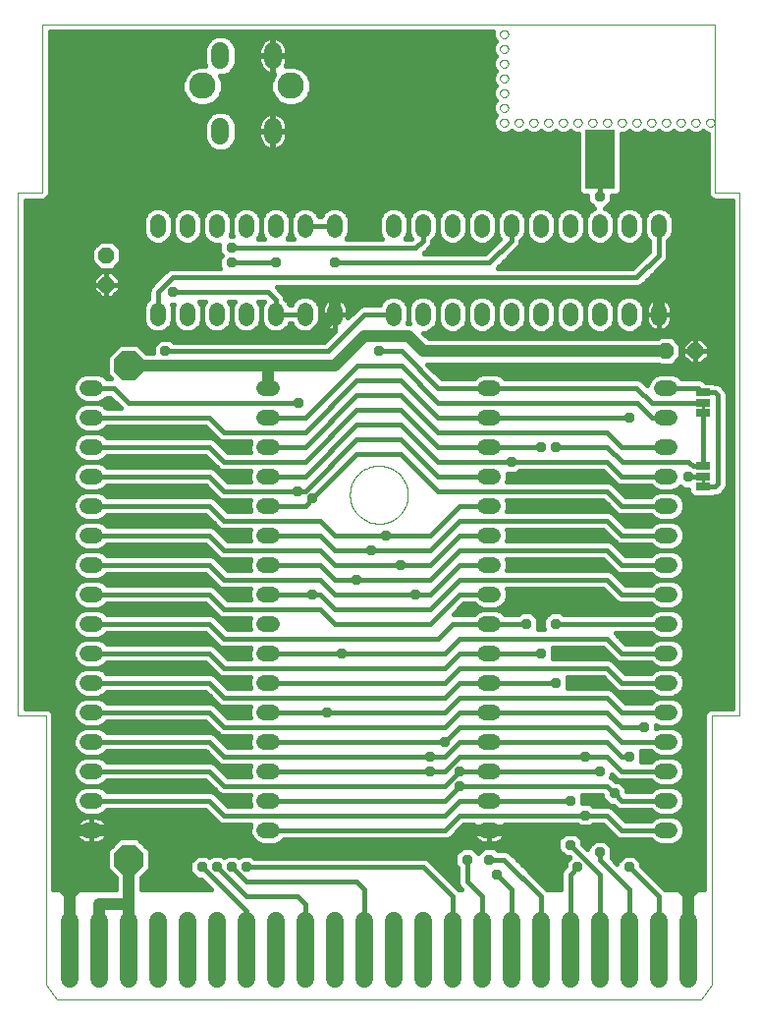
<source format=gtl>
G75*
G70*
%OFA0B0*%
%FSLAX24Y24*%
%IPPOS*%
%LPD*%
%AMOC8*
5,1,8,0,0,1.08239X$1,22.5*
%
%ADD10C,0.0000*%
%ADD11C,0.0600*%
%ADD12C,0.0520*%
%ADD13R,0.1000X0.2000*%
%ADD14OC8,0.0520*%
%ADD15R,0.0500X0.0250*%
%ADD16C,0.0400*%
%ADD17OC8,0.1000*%
%ADD18C,0.0160*%
%ADD19OC8,0.0356*%
%ADD20C,0.0100*%
%ADD21C,0.0900*%
D10*
X002482Y000500D02*
X002128Y001012D01*
X002128Y010146D01*
X001170Y010146D01*
X001170Y027862D01*
X002003Y027862D01*
X002003Y033571D01*
X024837Y033571D01*
X024837Y027862D01*
X025670Y027862D01*
X025670Y010146D01*
X024712Y010146D01*
X024712Y001012D01*
X024358Y000500D01*
X002482Y000500D01*
X012436Y017626D02*
X012438Y017688D01*
X012444Y017751D01*
X012454Y017812D01*
X012468Y017873D01*
X012485Y017933D01*
X012506Y017992D01*
X012532Y018049D01*
X012560Y018104D01*
X012592Y018158D01*
X012628Y018209D01*
X012666Y018259D01*
X012708Y018305D01*
X012752Y018349D01*
X012800Y018390D01*
X012849Y018428D01*
X012901Y018462D01*
X012955Y018493D01*
X013011Y018521D01*
X013069Y018545D01*
X013128Y018566D01*
X013188Y018582D01*
X013249Y018595D01*
X013311Y018604D01*
X013373Y018609D01*
X013436Y018610D01*
X013498Y018607D01*
X013560Y018600D01*
X013622Y018589D01*
X013682Y018574D01*
X013742Y018556D01*
X013800Y018534D01*
X013857Y018508D01*
X013912Y018478D01*
X013965Y018445D01*
X014016Y018409D01*
X014064Y018370D01*
X014110Y018327D01*
X014153Y018282D01*
X014193Y018234D01*
X014230Y018184D01*
X014264Y018131D01*
X014295Y018077D01*
X014321Y018021D01*
X014345Y017963D01*
X014364Y017903D01*
X014380Y017843D01*
X014392Y017781D01*
X014400Y017720D01*
X014404Y017657D01*
X014404Y017595D01*
X014400Y017532D01*
X014392Y017471D01*
X014380Y017409D01*
X014364Y017349D01*
X014345Y017289D01*
X014321Y017231D01*
X014295Y017175D01*
X014264Y017121D01*
X014230Y017068D01*
X014193Y017018D01*
X014153Y016970D01*
X014110Y016925D01*
X014064Y016882D01*
X014016Y016843D01*
X013965Y016807D01*
X013912Y016774D01*
X013857Y016744D01*
X013800Y016718D01*
X013742Y016696D01*
X013682Y016678D01*
X013622Y016663D01*
X013560Y016652D01*
X013498Y016645D01*
X013436Y016642D01*
X013373Y016643D01*
X013311Y016648D01*
X013249Y016657D01*
X013188Y016670D01*
X013128Y016686D01*
X013069Y016707D01*
X013011Y016731D01*
X012955Y016759D01*
X012901Y016790D01*
X012849Y016824D01*
X012800Y016862D01*
X012752Y016903D01*
X012708Y016947D01*
X012666Y016993D01*
X012628Y017043D01*
X012592Y017094D01*
X012560Y017148D01*
X012532Y017203D01*
X012506Y017260D01*
X012485Y017319D01*
X012468Y017379D01*
X012454Y017440D01*
X012444Y017501D01*
X012438Y017564D01*
X012436Y017626D01*
X017532Y030250D02*
X017534Y030273D01*
X017540Y030296D01*
X017550Y030317D01*
X017563Y030337D01*
X017579Y030354D01*
X017598Y030368D01*
X017619Y030378D01*
X017641Y030385D01*
X017664Y030388D01*
X017688Y030387D01*
X017710Y030382D01*
X017732Y030373D01*
X017752Y030361D01*
X017770Y030345D01*
X017784Y030327D01*
X017796Y030307D01*
X017804Y030285D01*
X017808Y030262D01*
X017808Y030238D01*
X017804Y030215D01*
X017796Y030193D01*
X017784Y030173D01*
X017770Y030155D01*
X017752Y030139D01*
X017732Y030127D01*
X017710Y030118D01*
X017688Y030113D01*
X017664Y030112D01*
X017641Y030115D01*
X017619Y030122D01*
X017598Y030132D01*
X017579Y030146D01*
X017563Y030163D01*
X017550Y030183D01*
X017540Y030204D01*
X017534Y030227D01*
X017532Y030250D01*
X017532Y030750D02*
X017534Y030773D01*
X017540Y030796D01*
X017550Y030817D01*
X017563Y030837D01*
X017579Y030854D01*
X017598Y030868D01*
X017619Y030878D01*
X017641Y030885D01*
X017664Y030888D01*
X017688Y030887D01*
X017710Y030882D01*
X017732Y030873D01*
X017752Y030861D01*
X017770Y030845D01*
X017784Y030827D01*
X017796Y030807D01*
X017804Y030785D01*
X017808Y030762D01*
X017808Y030738D01*
X017804Y030715D01*
X017796Y030693D01*
X017784Y030673D01*
X017770Y030655D01*
X017752Y030639D01*
X017732Y030627D01*
X017710Y030618D01*
X017688Y030613D01*
X017664Y030612D01*
X017641Y030615D01*
X017619Y030622D01*
X017598Y030632D01*
X017579Y030646D01*
X017563Y030663D01*
X017550Y030683D01*
X017540Y030704D01*
X017534Y030727D01*
X017532Y030750D01*
X017532Y031250D02*
X017534Y031273D01*
X017540Y031296D01*
X017550Y031317D01*
X017563Y031337D01*
X017579Y031354D01*
X017598Y031368D01*
X017619Y031378D01*
X017641Y031385D01*
X017664Y031388D01*
X017688Y031387D01*
X017710Y031382D01*
X017732Y031373D01*
X017752Y031361D01*
X017770Y031345D01*
X017784Y031327D01*
X017796Y031307D01*
X017804Y031285D01*
X017808Y031262D01*
X017808Y031238D01*
X017804Y031215D01*
X017796Y031193D01*
X017784Y031173D01*
X017770Y031155D01*
X017752Y031139D01*
X017732Y031127D01*
X017710Y031118D01*
X017688Y031113D01*
X017664Y031112D01*
X017641Y031115D01*
X017619Y031122D01*
X017598Y031132D01*
X017579Y031146D01*
X017563Y031163D01*
X017550Y031183D01*
X017540Y031204D01*
X017534Y031227D01*
X017532Y031250D01*
X017532Y031750D02*
X017534Y031773D01*
X017540Y031796D01*
X017550Y031817D01*
X017563Y031837D01*
X017579Y031854D01*
X017598Y031868D01*
X017619Y031878D01*
X017641Y031885D01*
X017664Y031888D01*
X017688Y031887D01*
X017710Y031882D01*
X017732Y031873D01*
X017752Y031861D01*
X017770Y031845D01*
X017784Y031827D01*
X017796Y031807D01*
X017804Y031785D01*
X017808Y031762D01*
X017808Y031738D01*
X017804Y031715D01*
X017796Y031693D01*
X017784Y031673D01*
X017770Y031655D01*
X017752Y031639D01*
X017732Y031627D01*
X017710Y031618D01*
X017688Y031613D01*
X017664Y031612D01*
X017641Y031615D01*
X017619Y031622D01*
X017598Y031632D01*
X017579Y031646D01*
X017563Y031663D01*
X017550Y031683D01*
X017540Y031704D01*
X017534Y031727D01*
X017532Y031750D01*
X017532Y032250D02*
X017534Y032273D01*
X017540Y032296D01*
X017550Y032317D01*
X017563Y032337D01*
X017579Y032354D01*
X017598Y032368D01*
X017619Y032378D01*
X017641Y032385D01*
X017664Y032388D01*
X017688Y032387D01*
X017710Y032382D01*
X017732Y032373D01*
X017752Y032361D01*
X017770Y032345D01*
X017784Y032327D01*
X017796Y032307D01*
X017804Y032285D01*
X017808Y032262D01*
X017808Y032238D01*
X017804Y032215D01*
X017796Y032193D01*
X017784Y032173D01*
X017770Y032155D01*
X017752Y032139D01*
X017732Y032127D01*
X017710Y032118D01*
X017688Y032113D01*
X017664Y032112D01*
X017641Y032115D01*
X017619Y032122D01*
X017598Y032132D01*
X017579Y032146D01*
X017563Y032163D01*
X017550Y032183D01*
X017540Y032204D01*
X017534Y032227D01*
X017532Y032250D01*
X017532Y032750D02*
X017534Y032773D01*
X017540Y032796D01*
X017550Y032817D01*
X017563Y032837D01*
X017579Y032854D01*
X017598Y032868D01*
X017619Y032878D01*
X017641Y032885D01*
X017664Y032888D01*
X017688Y032887D01*
X017710Y032882D01*
X017732Y032873D01*
X017752Y032861D01*
X017770Y032845D01*
X017784Y032827D01*
X017796Y032807D01*
X017804Y032785D01*
X017808Y032762D01*
X017808Y032738D01*
X017804Y032715D01*
X017796Y032693D01*
X017784Y032673D01*
X017770Y032655D01*
X017752Y032639D01*
X017732Y032627D01*
X017710Y032618D01*
X017688Y032613D01*
X017664Y032612D01*
X017641Y032615D01*
X017619Y032622D01*
X017598Y032632D01*
X017579Y032646D01*
X017563Y032663D01*
X017550Y032683D01*
X017540Y032704D01*
X017534Y032727D01*
X017532Y032750D01*
X017532Y033250D02*
X017534Y033273D01*
X017540Y033296D01*
X017550Y033317D01*
X017563Y033337D01*
X017579Y033354D01*
X017598Y033368D01*
X017619Y033378D01*
X017641Y033385D01*
X017664Y033388D01*
X017688Y033387D01*
X017710Y033382D01*
X017732Y033373D01*
X017752Y033361D01*
X017770Y033345D01*
X017784Y033327D01*
X017796Y033307D01*
X017804Y033285D01*
X017808Y033262D01*
X017808Y033238D01*
X017804Y033215D01*
X017796Y033193D01*
X017784Y033173D01*
X017770Y033155D01*
X017752Y033139D01*
X017732Y033127D01*
X017710Y033118D01*
X017688Y033113D01*
X017664Y033112D01*
X017641Y033115D01*
X017619Y033122D01*
X017598Y033132D01*
X017579Y033146D01*
X017563Y033163D01*
X017550Y033183D01*
X017540Y033204D01*
X017534Y033227D01*
X017532Y033250D01*
X018032Y030250D02*
X018034Y030273D01*
X018040Y030296D01*
X018050Y030317D01*
X018063Y030337D01*
X018079Y030354D01*
X018098Y030368D01*
X018119Y030378D01*
X018141Y030385D01*
X018164Y030388D01*
X018188Y030387D01*
X018210Y030382D01*
X018232Y030373D01*
X018252Y030361D01*
X018270Y030345D01*
X018284Y030327D01*
X018296Y030307D01*
X018304Y030285D01*
X018308Y030262D01*
X018308Y030238D01*
X018304Y030215D01*
X018296Y030193D01*
X018284Y030173D01*
X018270Y030155D01*
X018252Y030139D01*
X018232Y030127D01*
X018210Y030118D01*
X018188Y030113D01*
X018164Y030112D01*
X018141Y030115D01*
X018119Y030122D01*
X018098Y030132D01*
X018079Y030146D01*
X018063Y030163D01*
X018050Y030183D01*
X018040Y030204D01*
X018034Y030227D01*
X018032Y030250D01*
X018532Y030250D02*
X018534Y030273D01*
X018540Y030296D01*
X018550Y030317D01*
X018563Y030337D01*
X018579Y030354D01*
X018598Y030368D01*
X018619Y030378D01*
X018641Y030385D01*
X018664Y030388D01*
X018688Y030387D01*
X018710Y030382D01*
X018732Y030373D01*
X018752Y030361D01*
X018770Y030345D01*
X018784Y030327D01*
X018796Y030307D01*
X018804Y030285D01*
X018808Y030262D01*
X018808Y030238D01*
X018804Y030215D01*
X018796Y030193D01*
X018784Y030173D01*
X018770Y030155D01*
X018752Y030139D01*
X018732Y030127D01*
X018710Y030118D01*
X018688Y030113D01*
X018664Y030112D01*
X018641Y030115D01*
X018619Y030122D01*
X018598Y030132D01*
X018579Y030146D01*
X018563Y030163D01*
X018550Y030183D01*
X018540Y030204D01*
X018534Y030227D01*
X018532Y030250D01*
X019032Y030250D02*
X019034Y030273D01*
X019040Y030296D01*
X019050Y030317D01*
X019063Y030337D01*
X019079Y030354D01*
X019098Y030368D01*
X019119Y030378D01*
X019141Y030385D01*
X019164Y030388D01*
X019188Y030387D01*
X019210Y030382D01*
X019232Y030373D01*
X019252Y030361D01*
X019270Y030345D01*
X019284Y030327D01*
X019296Y030307D01*
X019304Y030285D01*
X019308Y030262D01*
X019308Y030238D01*
X019304Y030215D01*
X019296Y030193D01*
X019284Y030173D01*
X019270Y030155D01*
X019252Y030139D01*
X019232Y030127D01*
X019210Y030118D01*
X019188Y030113D01*
X019164Y030112D01*
X019141Y030115D01*
X019119Y030122D01*
X019098Y030132D01*
X019079Y030146D01*
X019063Y030163D01*
X019050Y030183D01*
X019040Y030204D01*
X019034Y030227D01*
X019032Y030250D01*
X019532Y030250D02*
X019534Y030273D01*
X019540Y030296D01*
X019550Y030317D01*
X019563Y030337D01*
X019579Y030354D01*
X019598Y030368D01*
X019619Y030378D01*
X019641Y030385D01*
X019664Y030388D01*
X019688Y030387D01*
X019710Y030382D01*
X019732Y030373D01*
X019752Y030361D01*
X019770Y030345D01*
X019784Y030327D01*
X019796Y030307D01*
X019804Y030285D01*
X019808Y030262D01*
X019808Y030238D01*
X019804Y030215D01*
X019796Y030193D01*
X019784Y030173D01*
X019770Y030155D01*
X019752Y030139D01*
X019732Y030127D01*
X019710Y030118D01*
X019688Y030113D01*
X019664Y030112D01*
X019641Y030115D01*
X019619Y030122D01*
X019598Y030132D01*
X019579Y030146D01*
X019563Y030163D01*
X019550Y030183D01*
X019540Y030204D01*
X019534Y030227D01*
X019532Y030250D01*
X020032Y030250D02*
X020034Y030273D01*
X020040Y030296D01*
X020050Y030317D01*
X020063Y030337D01*
X020079Y030354D01*
X020098Y030368D01*
X020119Y030378D01*
X020141Y030385D01*
X020164Y030388D01*
X020188Y030387D01*
X020210Y030382D01*
X020232Y030373D01*
X020252Y030361D01*
X020270Y030345D01*
X020284Y030327D01*
X020296Y030307D01*
X020304Y030285D01*
X020308Y030262D01*
X020308Y030238D01*
X020304Y030215D01*
X020296Y030193D01*
X020284Y030173D01*
X020270Y030155D01*
X020252Y030139D01*
X020232Y030127D01*
X020210Y030118D01*
X020188Y030113D01*
X020164Y030112D01*
X020141Y030115D01*
X020119Y030122D01*
X020098Y030132D01*
X020079Y030146D01*
X020063Y030163D01*
X020050Y030183D01*
X020040Y030204D01*
X020034Y030227D01*
X020032Y030250D01*
X020532Y030250D02*
X020534Y030273D01*
X020540Y030296D01*
X020550Y030317D01*
X020563Y030337D01*
X020579Y030354D01*
X020598Y030368D01*
X020619Y030378D01*
X020641Y030385D01*
X020664Y030388D01*
X020688Y030387D01*
X020710Y030382D01*
X020732Y030373D01*
X020752Y030361D01*
X020770Y030345D01*
X020784Y030327D01*
X020796Y030307D01*
X020804Y030285D01*
X020808Y030262D01*
X020808Y030238D01*
X020804Y030215D01*
X020796Y030193D01*
X020784Y030173D01*
X020770Y030155D01*
X020752Y030139D01*
X020732Y030127D01*
X020710Y030118D01*
X020688Y030113D01*
X020664Y030112D01*
X020641Y030115D01*
X020619Y030122D01*
X020598Y030132D01*
X020579Y030146D01*
X020563Y030163D01*
X020550Y030183D01*
X020540Y030204D01*
X020534Y030227D01*
X020532Y030250D01*
X021032Y030250D02*
X021034Y030273D01*
X021040Y030296D01*
X021050Y030317D01*
X021063Y030337D01*
X021079Y030354D01*
X021098Y030368D01*
X021119Y030378D01*
X021141Y030385D01*
X021164Y030388D01*
X021188Y030387D01*
X021210Y030382D01*
X021232Y030373D01*
X021252Y030361D01*
X021270Y030345D01*
X021284Y030327D01*
X021296Y030307D01*
X021304Y030285D01*
X021308Y030262D01*
X021308Y030238D01*
X021304Y030215D01*
X021296Y030193D01*
X021284Y030173D01*
X021270Y030155D01*
X021252Y030139D01*
X021232Y030127D01*
X021210Y030118D01*
X021188Y030113D01*
X021164Y030112D01*
X021141Y030115D01*
X021119Y030122D01*
X021098Y030132D01*
X021079Y030146D01*
X021063Y030163D01*
X021050Y030183D01*
X021040Y030204D01*
X021034Y030227D01*
X021032Y030250D01*
X021532Y030250D02*
X021534Y030273D01*
X021540Y030296D01*
X021550Y030317D01*
X021563Y030337D01*
X021579Y030354D01*
X021598Y030368D01*
X021619Y030378D01*
X021641Y030385D01*
X021664Y030388D01*
X021688Y030387D01*
X021710Y030382D01*
X021732Y030373D01*
X021752Y030361D01*
X021770Y030345D01*
X021784Y030327D01*
X021796Y030307D01*
X021804Y030285D01*
X021808Y030262D01*
X021808Y030238D01*
X021804Y030215D01*
X021796Y030193D01*
X021784Y030173D01*
X021770Y030155D01*
X021752Y030139D01*
X021732Y030127D01*
X021710Y030118D01*
X021688Y030113D01*
X021664Y030112D01*
X021641Y030115D01*
X021619Y030122D01*
X021598Y030132D01*
X021579Y030146D01*
X021563Y030163D01*
X021550Y030183D01*
X021540Y030204D01*
X021534Y030227D01*
X021532Y030250D01*
X022032Y030250D02*
X022034Y030273D01*
X022040Y030296D01*
X022050Y030317D01*
X022063Y030337D01*
X022079Y030354D01*
X022098Y030368D01*
X022119Y030378D01*
X022141Y030385D01*
X022164Y030388D01*
X022188Y030387D01*
X022210Y030382D01*
X022232Y030373D01*
X022252Y030361D01*
X022270Y030345D01*
X022284Y030327D01*
X022296Y030307D01*
X022304Y030285D01*
X022308Y030262D01*
X022308Y030238D01*
X022304Y030215D01*
X022296Y030193D01*
X022284Y030173D01*
X022270Y030155D01*
X022252Y030139D01*
X022232Y030127D01*
X022210Y030118D01*
X022188Y030113D01*
X022164Y030112D01*
X022141Y030115D01*
X022119Y030122D01*
X022098Y030132D01*
X022079Y030146D01*
X022063Y030163D01*
X022050Y030183D01*
X022040Y030204D01*
X022034Y030227D01*
X022032Y030250D01*
X022532Y030250D02*
X022534Y030273D01*
X022540Y030296D01*
X022550Y030317D01*
X022563Y030337D01*
X022579Y030354D01*
X022598Y030368D01*
X022619Y030378D01*
X022641Y030385D01*
X022664Y030388D01*
X022688Y030387D01*
X022710Y030382D01*
X022732Y030373D01*
X022752Y030361D01*
X022770Y030345D01*
X022784Y030327D01*
X022796Y030307D01*
X022804Y030285D01*
X022808Y030262D01*
X022808Y030238D01*
X022804Y030215D01*
X022796Y030193D01*
X022784Y030173D01*
X022770Y030155D01*
X022752Y030139D01*
X022732Y030127D01*
X022710Y030118D01*
X022688Y030113D01*
X022664Y030112D01*
X022641Y030115D01*
X022619Y030122D01*
X022598Y030132D01*
X022579Y030146D01*
X022563Y030163D01*
X022550Y030183D01*
X022540Y030204D01*
X022534Y030227D01*
X022532Y030250D01*
X023032Y030250D02*
X023034Y030273D01*
X023040Y030296D01*
X023050Y030317D01*
X023063Y030337D01*
X023079Y030354D01*
X023098Y030368D01*
X023119Y030378D01*
X023141Y030385D01*
X023164Y030388D01*
X023188Y030387D01*
X023210Y030382D01*
X023232Y030373D01*
X023252Y030361D01*
X023270Y030345D01*
X023284Y030327D01*
X023296Y030307D01*
X023304Y030285D01*
X023308Y030262D01*
X023308Y030238D01*
X023304Y030215D01*
X023296Y030193D01*
X023284Y030173D01*
X023270Y030155D01*
X023252Y030139D01*
X023232Y030127D01*
X023210Y030118D01*
X023188Y030113D01*
X023164Y030112D01*
X023141Y030115D01*
X023119Y030122D01*
X023098Y030132D01*
X023079Y030146D01*
X023063Y030163D01*
X023050Y030183D01*
X023040Y030204D01*
X023034Y030227D01*
X023032Y030250D01*
X023532Y030250D02*
X023534Y030273D01*
X023540Y030296D01*
X023550Y030317D01*
X023563Y030337D01*
X023579Y030354D01*
X023598Y030368D01*
X023619Y030378D01*
X023641Y030385D01*
X023664Y030388D01*
X023688Y030387D01*
X023710Y030382D01*
X023732Y030373D01*
X023752Y030361D01*
X023770Y030345D01*
X023784Y030327D01*
X023796Y030307D01*
X023804Y030285D01*
X023808Y030262D01*
X023808Y030238D01*
X023804Y030215D01*
X023796Y030193D01*
X023784Y030173D01*
X023770Y030155D01*
X023752Y030139D01*
X023732Y030127D01*
X023710Y030118D01*
X023688Y030113D01*
X023664Y030112D01*
X023641Y030115D01*
X023619Y030122D01*
X023598Y030132D01*
X023579Y030146D01*
X023563Y030163D01*
X023550Y030183D01*
X023540Y030204D01*
X023534Y030227D01*
X023532Y030250D01*
X024032Y030250D02*
X024034Y030273D01*
X024040Y030296D01*
X024050Y030317D01*
X024063Y030337D01*
X024079Y030354D01*
X024098Y030368D01*
X024119Y030378D01*
X024141Y030385D01*
X024164Y030388D01*
X024188Y030387D01*
X024210Y030382D01*
X024232Y030373D01*
X024252Y030361D01*
X024270Y030345D01*
X024284Y030327D01*
X024296Y030307D01*
X024304Y030285D01*
X024308Y030262D01*
X024308Y030238D01*
X024304Y030215D01*
X024296Y030193D01*
X024284Y030173D01*
X024270Y030155D01*
X024252Y030139D01*
X024232Y030127D01*
X024210Y030118D01*
X024188Y030113D01*
X024164Y030112D01*
X024141Y030115D01*
X024119Y030122D01*
X024098Y030132D01*
X024079Y030146D01*
X024063Y030163D01*
X024050Y030183D01*
X024040Y030204D01*
X024034Y030227D01*
X024032Y030250D01*
X024532Y030250D02*
X024534Y030273D01*
X024540Y030296D01*
X024550Y030317D01*
X024563Y030337D01*
X024579Y030354D01*
X024598Y030368D01*
X024619Y030378D01*
X024641Y030385D01*
X024664Y030388D01*
X024688Y030387D01*
X024710Y030382D01*
X024732Y030373D01*
X024752Y030361D01*
X024770Y030345D01*
X024784Y030327D01*
X024796Y030307D01*
X024804Y030285D01*
X024808Y030262D01*
X024808Y030238D01*
X024804Y030215D01*
X024796Y030193D01*
X024784Y030173D01*
X024770Y030155D01*
X024752Y030139D01*
X024732Y030127D01*
X024710Y030118D01*
X024688Y030113D01*
X024664Y030112D01*
X024641Y030115D01*
X024619Y030122D01*
X024598Y030132D01*
X024579Y030146D01*
X024563Y030163D01*
X024550Y030183D01*
X024540Y030204D01*
X024534Y030227D01*
X024532Y030250D01*
D11*
X009820Y030110D02*
X009820Y029810D01*
X008040Y029810D02*
X008040Y030110D01*
X008040Y032370D02*
X008040Y032670D01*
X009820Y032670D02*
X009820Y032370D01*
X009924Y003172D02*
X009924Y001222D01*
X010924Y001222D02*
X010924Y003172D01*
X011924Y003172D02*
X011924Y001222D01*
X012924Y001222D02*
X012924Y003172D01*
X013924Y003172D02*
X013924Y001222D01*
X014924Y001222D02*
X014924Y003172D01*
X015924Y003172D02*
X015924Y001222D01*
X016924Y001222D02*
X016924Y003172D01*
X017924Y003172D02*
X017924Y001222D01*
X018924Y001222D02*
X018924Y003172D01*
X019924Y003172D02*
X019924Y001222D01*
X020924Y001222D02*
X020924Y003172D01*
X021924Y003172D02*
X021924Y001222D01*
X022924Y001222D02*
X022924Y003172D01*
X023924Y003172D02*
X023924Y001222D01*
X008924Y001222D02*
X008924Y003172D01*
X007924Y003172D02*
X007924Y001222D01*
X006924Y001222D02*
X006924Y003172D01*
X005924Y003172D02*
X005924Y001222D01*
X004924Y001222D02*
X004924Y003172D01*
X003924Y003172D02*
X003924Y001222D01*
X002924Y001222D02*
X002924Y003172D01*
D12*
X003540Y006250D02*
X003800Y006250D01*
X003800Y007250D02*
X003540Y007250D01*
X003540Y008250D02*
X003800Y008250D01*
X003800Y009250D02*
X003540Y009250D01*
X003540Y010250D02*
X003800Y010250D01*
X003800Y011250D02*
X003540Y011250D01*
X003540Y012250D02*
X003800Y012250D01*
X003800Y013250D02*
X003540Y013250D01*
X003540Y014250D02*
X003800Y014250D01*
X003800Y015250D02*
X003540Y015250D01*
X003540Y016250D02*
X003800Y016250D01*
X003800Y017250D02*
X003540Y017250D01*
X003540Y018250D02*
X003800Y018250D01*
X003800Y019250D02*
X003540Y019250D01*
X003540Y020250D02*
X003800Y020250D01*
X003800Y021250D02*
X003540Y021250D01*
X005920Y023620D02*
X005920Y023880D01*
X006920Y023880D02*
X006920Y023620D01*
X007920Y023620D02*
X007920Y023880D01*
X008920Y023880D02*
X008920Y023620D01*
X009920Y023620D02*
X009920Y023880D01*
X010920Y023880D02*
X010920Y023620D01*
X011920Y023620D02*
X011920Y023880D01*
X013920Y023880D02*
X013920Y023620D01*
X014920Y023620D02*
X014920Y023880D01*
X015920Y023880D02*
X015920Y023620D01*
X016920Y023620D02*
X016920Y023880D01*
X017920Y023880D02*
X017920Y023620D01*
X018920Y023620D02*
X018920Y023880D01*
X019920Y023880D02*
X019920Y023620D01*
X020920Y023620D02*
X020920Y023880D01*
X021920Y023880D02*
X021920Y023620D01*
X022920Y023620D02*
X022920Y023880D01*
X023040Y021250D02*
X023300Y021250D01*
X023300Y020250D02*
X023040Y020250D01*
X023040Y019250D02*
X023300Y019250D01*
X023300Y018250D02*
X023040Y018250D01*
X023040Y017250D02*
X023300Y017250D01*
X023300Y016250D02*
X023040Y016250D01*
X023040Y015250D02*
X023300Y015250D01*
X023300Y014250D02*
X023040Y014250D01*
X023040Y013250D02*
X023300Y013250D01*
X023300Y012250D02*
X023040Y012250D01*
X023040Y011250D02*
X023300Y011250D01*
X023300Y010250D02*
X023040Y010250D01*
X023040Y009250D02*
X023300Y009250D01*
X023300Y008250D02*
X023040Y008250D01*
X023040Y007250D02*
X023300Y007250D01*
X023300Y006250D02*
X023040Y006250D01*
X017300Y006250D02*
X017040Y006250D01*
X017040Y007250D02*
X017300Y007250D01*
X017300Y008250D02*
X017040Y008250D01*
X017040Y009250D02*
X017300Y009250D01*
X017300Y010250D02*
X017040Y010250D01*
X017040Y011250D02*
X017300Y011250D01*
X017300Y012250D02*
X017040Y012250D01*
X017040Y013250D02*
X017300Y013250D01*
X017300Y014250D02*
X017040Y014250D01*
X017040Y015250D02*
X017300Y015250D01*
X017300Y016250D02*
X017040Y016250D01*
X017040Y017250D02*
X017300Y017250D01*
X017300Y018250D02*
X017040Y018250D01*
X017040Y019250D02*
X017300Y019250D01*
X017300Y020250D02*
X017040Y020250D01*
X017040Y021250D02*
X017300Y021250D01*
X016920Y026620D02*
X016920Y026880D01*
X015920Y026880D02*
X015920Y026620D01*
X014920Y026620D02*
X014920Y026880D01*
X013920Y026880D02*
X013920Y026620D01*
X011920Y026620D02*
X011920Y026880D01*
X010920Y026880D02*
X010920Y026620D01*
X009920Y026620D02*
X009920Y026880D01*
X008920Y026880D02*
X008920Y026620D01*
X007920Y026620D02*
X007920Y026880D01*
X006920Y026880D02*
X006920Y026620D01*
X005920Y026620D02*
X005920Y026880D01*
X009540Y021250D02*
X009800Y021250D01*
X009800Y020250D02*
X009540Y020250D01*
X009540Y019250D02*
X009800Y019250D01*
X009800Y018250D02*
X009540Y018250D01*
X009540Y017250D02*
X009800Y017250D01*
X009800Y016250D02*
X009540Y016250D01*
X009540Y015250D02*
X009800Y015250D01*
X009800Y014250D02*
X009540Y014250D01*
X009540Y013250D02*
X009800Y013250D01*
X009800Y012250D02*
X009540Y012250D01*
X009540Y011250D02*
X009800Y011250D01*
X009800Y010250D02*
X009540Y010250D01*
X009540Y009250D02*
X009800Y009250D01*
X009800Y008250D02*
X009540Y008250D01*
X009540Y007250D02*
X009800Y007250D01*
X009800Y006250D02*
X009540Y006250D01*
X017920Y026620D02*
X017920Y026880D01*
X018920Y026880D02*
X018920Y026620D01*
X019920Y026620D02*
X019920Y026880D01*
X020920Y026880D02*
X020920Y026620D01*
X021920Y026620D02*
X021920Y026880D01*
X022920Y026880D02*
X022920Y026620D01*
D13*
X020920Y029000D03*
D14*
X023170Y022500D03*
X024170Y022500D03*
X004170Y024750D03*
X004170Y025750D03*
D15*
X024430Y021090D03*
X024430Y020740D03*
X024430Y020390D03*
X024430Y018590D03*
X024430Y018240D03*
X024430Y017890D03*
D16*
X023160Y022490D02*
X014930Y022490D01*
X014420Y023000D01*
X012920Y023000D01*
X011920Y022000D01*
X009680Y022000D01*
X009670Y021990D01*
X009670Y021250D01*
X009680Y022000D02*
X004920Y022000D01*
X004170Y023000D02*
X011170Y023000D01*
X011920Y023750D01*
X011920Y024250D01*
X012170Y024500D01*
X022670Y024500D01*
X022920Y024250D01*
X022920Y023750D01*
X023170Y022500D02*
X023160Y022490D01*
X020920Y006250D02*
X017170Y006250D01*
X016420Y006250D01*
X015670Y005500D01*
X008420Y005500D01*
X007670Y006250D01*
X003670Y006250D01*
X002920Y006250D01*
X002920Y022250D01*
X003670Y023000D01*
X004170Y023000D01*
X002920Y006250D02*
X002920Y004500D01*
X002924Y002197D01*
X003924Y002197D02*
X003924Y003746D01*
X003920Y003750D01*
X004924Y003750D01*
X004924Y005246D01*
X004920Y005250D01*
X004924Y003750D02*
X004924Y002197D01*
X020920Y006250D02*
X021670Y005500D01*
X023670Y005500D01*
X023920Y005250D01*
X023920Y004500D01*
X023920Y002201D01*
X023924Y002197D01*
D17*
X023920Y004500D03*
X004920Y005250D03*
X002920Y004500D03*
X004920Y022000D03*
D18*
X004395Y022522D02*
X001410Y022522D01*
X001410Y022680D02*
X004554Y022680D01*
X004613Y022740D02*
X004180Y022307D01*
X004180Y021693D01*
X004313Y021560D01*
X004197Y021560D01*
X004083Y021674D01*
X003899Y021750D01*
X003441Y021750D01*
X003257Y021674D01*
X003116Y021533D01*
X003040Y021349D01*
X003040Y021151D01*
X003116Y020967D01*
X003257Y020826D01*
X003441Y020750D01*
X003257Y020674D01*
X003116Y020533D01*
X003040Y020349D01*
X003040Y020151D01*
X003116Y019967D01*
X003257Y019826D01*
X003441Y019750D01*
X003257Y019674D01*
X003116Y019533D01*
X003040Y019349D01*
X003040Y019151D01*
X003116Y018967D01*
X003257Y018826D01*
X003441Y018750D01*
X003257Y018674D01*
X003116Y018533D01*
X003040Y018349D01*
X003040Y018151D01*
X003116Y017967D01*
X003257Y017826D01*
X003441Y017750D01*
X003257Y017674D01*
X003116Y017533D01*
X003040Y017349D01*
X003040Y017151D01*
X003116Y016967D01*
X003257Y016826D01*
X003441Y016750D01*
X003257Y016674D01*
X003116Y016533D01*
X003040Y016349D01*
X003040Y016151D01*
X003116Y015967D01*
X003257Y015826D01*
X003441Y015750D01*
X003257Y015674D01*
X003116Y015533D01*
X003040Y015349D01*
X003040Y015151D01*
X003116Y014967D01*
X003257Y014826D01*
X003441Y014750D01*
X003257Y014674D01*
X003116Y014533D01*
X003040Y014349D01*
X003040Y014151D01*
X003116Y013967D01*
X003257Y013826D01*
X003441Y013750D01*
X003257Y013674D01*
X003116Y013533D01*
X003040Y013349D01*
X003040Y013151D01*
X003116Y012967D01*
X003257Y012826D01*
X003441Y012750D01*
X003257Y012674D01*
X003116Y012533D01*
X003040Y012349D01*
X003040Y012151D01*
X003116Y011967D01*
X003257Y011826D01*
X003441Y011750D01*
X003257Y011674D01*
X003116Y011533D01*
X003040Y011349D01*
X003040Y011151D01*
X003116Y010967D01*
X003257Y010826D01*
X003441Y010750D01*
X003257Y010674D01*
X003116Y010533D01*
X003040Y010349D01*
X003040Y010151D01*
X003116Y009967D01*
X003257Y009826D01*
X003441Y009750D01*
X003257Y009674D01*
X003116Y009533D01*
X003040Y009349D01*
X003040Y009151D01*
X003116Y008967D01*
X003257Y008826D01*
X003441Y008750D01*
X003257Y008674D01*
X003116Y008533D01*
X003040Y008349D01*
X003040Y008151D01*
X003116Y007967D01*
X003257Y007826D01*
X003441Y007750D01*
X003257Y007674D01*
X003116Y007533D01*
X003040Y007349D01*
X003040Y007151D01*
X003116Y006967D01*
X003257Y006826D01*
X003441Y006750D01*
X003899Y006750D01*
X004083Y006826D01*
X004187Y006930D01*
X007537Y006930D01*
X007899Y006569D01*
X007989Y006479D01*
X008106Y006430D01*
X009073Y006430D01*
X009040Y006349D01*
X009040Y006151D01*
X009116Y005967D01*
X009257Y005826D01*
X009441Y005750D01*
X009899Y005750D01*
X010083Y005826D01*
X010187Y005930D01*
X015734Y005930D01*
X015851Y005979D01*
X016303Y006430D01*
X016638Y006430D01*
X016632Y006419D01*
X016611Y006353D01*
X016600Y006285D01*
X016600Y006250D01*
X017170Y006250D01*
X017740Y006250D01*
X017740Y006285D01*
X017729Y006353D01*
X017708Y006419D01*
X017702Y006430D01*
X020149Y006430D01*
X020247Y006332D01*
X020593Y006332D01*
X020691Y006430D01*
X021037Y006430D01*
X021399Y006069D01*
X021489Y005979D01*
X021606Y005930D01*
X022653Y005930D01*
X022757Y005826D01*
X022941Y005750D01*
X023399Y005750D01*
X023583Y005826D01*
X023724Y005967D01*
X023800Y006151D01*
X023800Y006349D01*
X023724Y006533D01*
X023583Y006674D01*
X023399Y006750D01*
X023583Y006826D01*
X023724Y006967D01*
X023800Y007151D01*
X023800Y007349D01*
X023724Y007533D01*
X023583Y007674D01*
X023399Y007750D01*
X023583Y007826D01*
X023724Y007967D01*
X023800Y008151D01*
X023800Y008349D01*
X023724Y008533D01*
X023583Y008674D01*
X023399Y008750D01*
X023583Y008826D01*
X023724Y008967D01*
X023800Y009151D01*
X023800Y009349D01*
X023724Y009533D01*
X023583Y009674D01*
X023399Y009750D01*
X023583Y009826D01*
X023724Y009967D01*
X023800Y010151D01*
X023800Y010349D01*
X023724Y010533D01*
X023583Y010674D01*
X023399Y010750D01*
X023583Y010826D01*
X023724Y010967D01*
X023800Y011151D01*
X023800Y011349D01*
X023724Y011533D01*
X023583Y011674D01*
X023399Y011750D01*
X023583Y011826D01*
X023724Y011967D01*
X023800Y012151D01*
X023800Y012349D01*
X023724Y012533D01*
X023583Y012674D01*
X023399Y012750D01*
X023583Y012826D01*
X023724Y012967D01*
X023800Y013151D01*
X023800Y013349D01*
X023724Y013533D01*
X023583Y013674D01*
X023399Y013750D01*
X023583Y013826D01*
X023724Y013967D01*
X023800Y014151D01*
X023800Y014349D01*
X023724Y014533D01*
X023583Y014674D01*
X023399Y014750D01*
X023583Y014826D01*
X023724Y014967D01*
X023800Y015151D01*
X023800Y015349D01*
X023724Y015533D01*
X023583Y015674D01*
X023399Y015750D01*
X023583Y015826D01*
X023724Y015967D01*
X023800Y016151D01*
X023800Y016349D01*
X023724Y016533D01*
X023583Y016674D01*
X023399Y016750D01*
X023583Y016826D01*
X023724Y016967D01*
X023800Y017151D01*
X023800Y017349D01*
X023724Y017533D01*
X023583Y017674D01*
X023399Y017750D01*
X023583Y017826D01*
X023668Y017911D01*
X023757Y017822D01*
X023940Y017822D01*
X023940Y017717D01*
X023977Y017629D01*
X024044Y017562D01*
X024132Y017525D01*
X024728Y017525D01*
X024816Y017562D01*
X024824Y017570D01*
X024894Y017570D01*
X025011Y017619D01*
X025201Y017809D01*
X025250Y017926D01*
X025250Y021054D01*
X025201Y021171D01*
X025111Y021261D01*
X025011Y021361D01*
X024894Y021410D01*
X024824Y021410D01*
X024816Y021418D01*
X024728Y021455D01*
X024518Y021455D01*
X024451Y021521D01*
X024334Y021570D01*
X023687Y021570D01*
X023583Y021674D01*
X023399Y021750D01*
X022941Y021750D01*
X022757Y021674D01*
X022616Y021533D01*
X022540Y021349D01*
X022540Y021333D01*
X022351Y021521D01*
X022234Y021570D01*
X022106Y021570D01*
X017687Y021570D01*
X017583Y021674D01*
X017399Y021750D01*
X016941Y021750D01*
X016757Y021674D01*
X016653Y021570D01*
X015553Y021570D01*
X015073Y022050D01*
X022913Y022050D01*
X022963Y022000D01*
X023377Y022000D01*
X023670Y022293D01*
X023670Y022707D01*
X023377Y023000D01*
X022963Y023000D01*
X022893Y022930D01*
X015112Y022930D01*
X014922Y023120D01*
X015019Y023120D01*
X015203Y023196D01*
X015344Y023337D01*
X015420Y023521D01*
X015496Y023337D01*
X015637Y023196D01*
X015821Y023120D01*
X016019Y023120D01*
X016203Y023196D01*
X016344Y023337D01*
X016420Y023521D01*
X016496Y023337D01*
X016637Y023196D01*
X016821Y023120D01*
X017019Y023120D01*
X017203Y023196D01*
X017344Y023337D01*
X017420Y023521D01*
X017496Y023337D01*
X017637Y023196D01*
X017821Y023120D01*
X018019Y023120D01*
X018203Y023196D01*
X018344Y023337D01*
X018420Y023521D01*
X018420Y023979D01*
X018344Y024163D01*
X018203Y024304D01*
X018019Y024380D01*
X017821Y024380D01*
X017637Y024304D01*
X017496Y024163D01*
X017420Y023979D01*
X017420Y023521D01*
X017420Y023979D01*
X017344Y024163D01*
X017203Y024304D01*
X017019Y024380D01*
X016821Y024380D01*
X016637Y024304D01*
X016496Y024163D01*
X016420Y023979D01*
X016420Y023521D01*
X016420Y023979D01*
X016344Y024163D01*
X016203Y024304D01*
X016019Y024380D01*
X015821Y024380D01*
X015637Y024304D01*
X015496Y024163D01*
X015420Y023979D01*
X015420Y023521D01*
X015420Y023979D01*
X015344Y024163D01*
X015203Y024304D01*
X015019Y024380D01*
X014821Y024380D01*
X014637Y024304D01*
X014496Y024163D01*
X014420Y023979D01*
X014344Y024163D01*
X014203Y024304D01*
X014019Y024380D01*
X013821Y024380D01*
X013637Y024304D01*
X013496Y024163D01*
X013453Y024060D01*
X012866Y024060D01*
X012749Y024011D01*
X012659Y023921D01*
X012360Y023623D01*
X012360Y023750D01*
X012360Y023915D01*
X012349Y023983D01*
X012328Y024049D01*
X012296Y024111D01*
X012256Y024167D01*
X012207Y024216D01*
X012151Y024256D01*
X012089Y024288D01*
X012023Y024309D01*
X011955Y024320D01*
X011920Y024320D01*
X011920Y023750D01*
X011920Y023750D01*
X012360Y023750D01*
X011920Y023750D01*
X011920Y023750D01*
X011920Y023750D01*
X011480Y023750D01*
X011480Y023915D01*
X011491Y023983D01*
X011512Y024049D01*
X011544Y024111D01*
X011584Y024167D01*
X011633Y024216D01*
X011689Y024256D01*
X011751Y024288D01*
X011817Y024309D01*
X011885Y024320D01*
X011920Y024320D01*
X011920Y023750D01*
X011920Y023183D01*
X011920Y023183D01*
X011920Y023750D01*
X011920Y023750D01*
X011480Y023750D01*
X011480Y023585D01*
X011491Y023517D01*
X011512Y023451D01*
X011544Y023389D01*
X011584Y023333D01*
X011633Y023284D01*
X011689Y023244D01*
X011751Y023212D01*
X011817Y023191D01*
X011885Y023180D01*
X011917Y023180D01*
X011557Y022820D01*
X006441Y022820D01*
X006343Y022918D01*
X005997Y022918D01*
X005752Y022673D01*
X005752Y022440D01*
X005527Y022440D01*
X005227Y022740D01*
X004613Y022740D01*
X004170Y023000D02*
X004170Y024750D01*
X004170Y024750D01*
X004170Y025190D01*
X004352Y025190D01*
X004610Y024932D01*
X004610Y024750D01*
X004170Y024750D01*
X004170Y024750D01*
X004170Y024750D01*
X003730Y024750D01*
X003730Y024932D01*
X003988Y025190D01*
X004170Y025190D01*
X004170Y024750D01*
X004610Y024750D01*
X004610Y024568D01*
X004352Y024310D01*
X004170Y024310D01*
X004170Y024750D01*
X004170Y024750D01*
X003730Y024750D01*
X003730Y024568D01*
X003988Y024310D01*
X004170Y024310D01*
X004170Y024750D01*
X004170Y024741D02*
X004170Y024741D01*
X004170Y024899D02*
X004170Y024899D01*
X004170Y025058D02*
X004170Y025058D01*
X003963Y025250D02*
X004377Y025250D01*
X004670Y025543D01*
X004670Y025957D01*
X004377Y026250D01*
X003963Y026250D01*
X003670Y025957D01*
X003670Y025543D01*
X003963Y025250D01*
X003838Y025375D02*
X001410Y025375D01*
X001410Y025533D02*
X003680Y025533D01*
X003670Y025692D02*
X001410Y025692D01*
X001410Y025850D02*
X003670Y025850D01*
X003721Y026009D02*
X001410Y026009D01*
X001410Y026167D02*
X003880Y026167D01*
X004460Y026167D02*
X005707Y026167D01*
X005637Y026196D02*
X005821Y026120D01*
X006019Y026120D01*
X006203Y026196D01*
X006344Y026337D01*
X006420Y026521D01*
X006496Y026337D01*
X006637Y026196D01*
X006821Y026120D01*
X007019Y026120D01*
X007203Y026196D01*
X007344Y026337D01*
X007420Y026521D01*
X007420Y026979D01*
X007344Y027163D01*
X007203Y027304D01*
X007019Y027380D01*
X006821Y027380D01*
X006637Y027304D01*
X006496Y027163D01*
X006420Y026979D01*
X006420Y026521D01*
X006420Y026979D01*
X006344Y027163D01*
X006203Y027304D01*
X006019Y027380D01*
X005821Y027380D01*
X005637Y027304D01*
X005496Y027163D01*
X005420Y026979D01*
X005420Y026521D01*
X005496Y026337D01*
X005637Y026196D01*
X005507Y026326D02*
X001410Y026326D01*
X001410Y026484D02*
X005435Y026484D01*
X005420Y026643D02*
X001410Y026643D01*
X001410Y026801D02*
X005420Y026801D01*
X005420Y026960D02*
X001410Y026960D01*
X001410Y027118D02*
X005477Y027118D01*
X005609Y027277D02*
X001410Y027277D01*
X001410Y027435D02*
X020644Y027435D01*
X020734Y027344D02*
X020637Y027304D01*
X020496Y027163D01*
X020420Y026979D01*
X020344Y027163D01*
X020203Y027304D01*
X020019Y027380D01*
X019821Y027380D01*
X019637Y027304D01*
X019496Y027163D01*
X019420Y026979D01*
X019420Y026521D01*
X019496Y026337D01*
X019637Y026196D01*
X019821Y026120D01*
X020019Y026120D01*
X020203Y026196D01*
X020344Y026337D01*
X020420Y026521D01*
X020420Y026979D01*
X020420Y026521D01*
X020496Y026337D01*
X020637Y026196D01*
X020821Y026120D01*
X021019Y026120D01*
X021203Y026196D01*
X021344Y026337D01*
X021420Y026521D01*
X021496Y026337D01*
X021637Y026196D01*
X021821Y026120D01*
X022019Y026120D01*
X022203Y026196D01*
X022344Y026337D01*
X022420Y026521D01*
X022420Y026979D01*
X022344Y027163D01*
X022203Y027304D01*
X022019Y027380D01*
X021821Y027380D01*
X021637Y027304D01*
X021496Y027163D01*
X021420Y026979D01*
X021420Y026521D01*
X021420Y026979D01*
X021344Y027163D01*
X021203Y027304D01*
X021106Y027344D01*
X021338Y027577D01*
X021338Y027760D01*
X021468Y027760D01*
X021556Y027797D01*
X021623Y027864D01*
X021660Y027952D01*
X021660Y029872D01*
X021745Y029872D01*
X021884Y029930D01*
X021920Y029966D01*
X021956Y029930D01*
X022095Y029872D01*
X022245Y029872D01*
X022384Y029930D01*
X022420Y029966D01*
X022456Y029930D01*
X022595Y029872D01*
X022745Y029872D01*
X022884Y029930D01*
X022920Y029966D01*
X022956Y029930D01*
X023095Y029872D01*
X023245Y029872D01*
X023384Y029930D01*
X023420Y029966D01*
X023456Y029930D01*
X023595Y029872D01*
X023745Y029872D01*
X023884Y029930D01*
X023920Y029966D01*
X023956Y029930D01*
X024095Y029872D01*
X024245Y029872D01*
X024384Y029930D01*
X024420Y029966D01*
X024456Y029930D01*
X024595Y029872D01*
X024597Y029872D01*
X024597Y027814D01*
X024634Y027726D01*
X024701Y027659D01*
X024790Y027622D01*
X025430Y027622D01*
X025430Y010386D01*
X024665Y010386D01*
X024576Y010349D01*
X024509Y010282D01*
X024472Y010193D01*
X024472Y004240D01*
X023133Y004240D01*
X022338Y005034D01*
X022338Y005173D01*
X022093Y005418D01*
X021747Y005418D01*
X021502Y005173D01*
X021502Y005121D01*
X021317Y005306D01*
X021338Y005327D01*
X021338Y005673D01*
X021093Y005918D01*
X020747Y005918D01*
X020502Y005673D01*
X020502Y005621D01*
X020338Y005784D01*
X020338Y005923D01*
X020093Y006168D01*
X019747Y006168D01*
X019502Y005923D01*
X019502Y005577D01*
X019747Y005332D01*
X019886Y005332D01*
X019898Y005319D01*
X019752Y005173D01*
X019752Y005034D01*
X019653Y004935D01*
X019604Y004818D01*
X019604Y004240D01*
X019133Y004240D01*
X017941Y005431D01*
X017851Y005521D01*
X017734Y005570D01*
X017441Y005570D01*
X017343Y005668D01*
X016997Y005668D01*
X016795Y005466D01*
X016593Y005668D01*
X016247Y005668D01*
X016002Y005423D01*
X016002Y005077D01*
X016100Y004979D01*
X016100Y004436D01*
X016149Y004319D01*
X016227Y004240D01*
X016133Y004240D01*
X015191Y005181D01*
X015191Y005181D01*
X015101Y005271D01*
X014984Y005320D01*
X009191Y005320D01*
X009093Y005418D01*
X008747Y005418D01*
X008670Y005341D01*
X008593Y005418D01*
X008247Y005418D01*
X008170Y005341D01*
X008093Y005418D01*
X007747Y005418D01*
X007670Y005341D01*
X007593Y005418D01*
X007247Y005418D01*
X007002Y005173D01*
X007002Y004827D01*
X007247Y004582D01*
X007386Y004582D01*
X007727Y004240D01*
X005364Y004240D01*
X005364Y004647D01*
X005660Y004943D01*
X005660Y005557D01*
X005227Y005990D01*
X004613Y005990D01*
X004180Y005557D01*
X004180Y004943D01*
X004484Y004640D01*
X004484Y004240D01*
X002368Y004240D01*
X002368Y010193D01*
X002331Y010282D01*
X002264Y010349D01*
X002175Y010386D01*
X001410Y010386D01*
X001410Y027622D01*
X002050Y027622D01*
X002139Y027659D01*
X002206Y027726D01*
X002243Y027814D01*
X002243Y033331D01*
X017295Y033331D01*
X017292Y033325D01*
X017292Y033175D01*
X017350Y033036D01*
X017386Y033000D01*
X017350Y032964D01*
X017292Y032825D01*
X017292Y032675D01*
X017350Y032536D01*
X017386Y032500D01*
X017350Y032464D01*
X017292Y032325D01*
X017292Y032175D01*
X017350Y032036D01*
X017386Y032000D01*
X017350Y031964D01*
X017292Y031825D01*
X017292Y031675D01*
X017350Y031536D01*
X017386Y031500D01*
X017350Y031464D01*
X017292Y031325D01*
X017292Y031175D01*
X017350Y031036D01*
X017386Y031000D01*
X017350Y030964D01*
X017292Y030825D01*
X017292Y030675D01*
X017350Y030536D01*
X017386Y030500D01*
X017350Y030464D01*
X017292Y030325D01*
X017292Y030175D01*
X017350Y030036D01*
X017456Y029930D01*
X017595Y029872D01*
X017745Y029872D01*
X017884Y029930D01*
X017920Y029966D01*
X017956Y029930D01*
X018095Y029872D01*
X018245Y029872D01*
X018384Y029930D01*
X018420Y029966D01*
X018456Y029930D01*
X018595Y029872D01*
X018745Y029872D01*
X018884Y029930D01*
X018920Y029966D01*
X018956Y029930D01*
X019095Y029872D01*
X019245Y029872D01*
X019384Y029930D01*
X019420Y029966D01*
X019456Y029930D01*
X019595Y029872D01*
X019745Y029872D01*
X019884Y029930D01*
X019920Y029966D01*
X019956Y029930D01*
X020095Y029872D01*
X020180Y029872D01*
X020180Y027952D01*
X020217Y027864D01*
X020284Y027797D01*
X020372Y027760D01*
X020502Y027760D01*
X020502Y027577D01*
X020734Y027344D01*
X020609Y027277D02*
X020231Y027277D01*
X020363Y027118D02*
X020477Y027118D01*
X020420Y026960D02*
X020420Y026960D01*
X020420Y026801D02*
X020420Y026801D01*
X020420Y026643D02*
X020420Y026643D01*
X020405Y026484D02*
X020435Y026484D01*
X020507Y026326D02*
X020333Y026326D01*
X020133Y026167D02*
X020707Y026167D01*
X021133Y026167D02*
X021707Y026167D01*
X021507Y026326D02*
X021333Y026326D01*
X021405Y026484D02*
X021435Y026484D01*
X021420Y026643D02*
X021420Y026643D01*
X021420Y026801D02*
X021420Y026801D01*
X021420Y026960D02*
X021420Y026960D01*
X021363Y027118D02*
X021477Y027118D01*
X021609Y027277D02*
X021231Y027277D01*
X021196Y027435D02*
X025430Y027435D01*
X025430Y027277D02*
X023231Y027277D01*
X023203Y027304D02*
X023019Y027380D01*
X022821Y027380D01*
X022637Y027304D01*
X022496Y027163D01*
X022420Y026979D01*
X022420Y026521D01*
X022496Y026337D01*
X022600Y026233D01*
X022600Y025883D01*
X022037Y025320D01*
X017443Y025320D01*
X018191Y026069D01*
X018240Y026186D01*
X018240Y026233D01*
X018344Y026337D01*
X018420Y026521D01*
X018496Y026337D01*
X018637Y026196D01*
X018821Y026120D01*
X019019Y026120D01*
X019203Y026196D01*
X019344Y026337D01*
X019420Y026521D01*
X019420Y026979D01*
X019344Y027163D01*
X019203Y027304D01*
X019019Y027380D01*
X018821Y027380D01*
X018637Y027304D01*
X018496Y027163D01*
X018420Y026979D01*
X018420Y026521D01*
X018420Y026979D01*
X018344Y027163D01*
X018203Y027304D01*
X018019Y027380D01*
X017821Y027380D01*
X017637Y027304D01*
X017496Y027163D01*
X017420Y026979D01*
X017420Y026521D01*
X017496Y026337D01*
X017525Y026308D01*
X017037Y025820D01*
X014943Y025820D01*
X015191Y026069D01*
X015240Y026186D01*
X015240Y026233D01*
X015344Y026337D01*
X015420Y026521D01*
X015420Y026979D01*
X015344Y027163D01*
X015203Y027304D01*
X015019Y027380D01*
X014821Y027380D01*
X014637Y027304D01*
X014496Y027163D01*
X014420Y026979D01*
X014344Y027163D01*
X014203Y027304D01*
X014019Y027380D01*
X013821Y027380D01*
X013637Y027304D01*
X013496Y027163D01*
X013420Y026979D01*
X013420Y026521D01*
X013496Y026337D01*
X013513Y026320D01*
X012327Y026320D01*
X012344Y026337D01*
X012420Y026521D01*
X012420Y026979D01*
X012344Y027163D01*
X012203Y027304D01*
X012019Y027380D01*
X011821Y027380D01*
X011637Y027304D01*
X011496Y027163D01*
X011458Y027070D01*
X011382Y027070D01*
X011344Y027163D01*
X011203Y027304D01*
X011019Y027380D01*
X010821Y027380D01*
X010637Y027304D01*
X010496Y027163D01*
X010420Y026979D01*
X010344Y027163D01*
X010203Y027304D01*
X010019Y027380D01*
X009821Y027380D01*
X009637Y027304D01*
X009496Y027163D01*
X009420Y026979D01*
X009344Y027163D01*
X009203Y027304D01*
X009019Y027380D01*
X008821Y027380D01*
X008637Y027304D01*
X008496Y027163D01*
X008420Y026979D01*
X008344Y027163D01*
X008203Y027304D01*
X008019Y027380D01*
X007821Y027380D01*
X007637Y027304D01*
X007496Y027163D01*
X007420Y026979D01*
X007420Y026521D01*
X007496Y026337D01*
X007637Y026196D01*
X007821Y026120D01*
X008002Y026120D01*
X008002Y025827D01*
X008079Y025750D01*
X008002Y025673D01*
X008002Y025327D01*
X008009Y025320D01*
X006356Y025320D01*
X006239Y025271D01*
X005739Y024771D01*
X005649Y024681D01*
X005600Y024564D01*
X005600Y024267D01*
X005496Y024163D01*
X005420Y023979D01*
X005420Y023521D01*
X005496Y023337D01*
X005637Y023196D01*
X005821Y023120D01*
X006019Y023120D01*
X006203Y023196D01*
X006344Y023337D01*
X006420Y023521D01*
X006496Y023337D01*
X006637Y023196D01*
X006821Y023120D01*
X007019Y023120D01*
X007203Y023196D01*
X007344Y023337D01*
X007420Y023521D01*
X007496Y023337D01*
X007637Y023196D01*
X007821Y023120D01*
X008019Y023120D01*
X008203Y023196D01*
X008344Y023337D01*
X008420Y023521D01*
X008496Y023337D01*
X008637Y023196D01*
X008821Y023120D01*
X009019Y023120D01*
X009203Y023196D01*
X009344Y023337D01*
X009420Y023521D01*
X009496Y023337D01*
X009637Y023196D01*
X009821Y023120D01*
X010019Y023120D01*
X010203Y023196D01*
X010344Y023337D01*
X010382Y023430D01*
X010458Y023430D01*
X010496Y023337D01*
X010637Y023196D01*
X010821Y023120D01*
X011019Y023120D01*
X011203Y023196D01*
X011344Y023337D01*
X011420Y023521D01*
X011420Y023979D01*
X011344Y024163D01*
X011203Y024304D01*
X011019Y024380D01*
X010821Y024380D01*
X010637Y024304D01*
X010496Y024163D01*
X010458Y024070D01*
X010382Y024070D01*
X010344Y024163D01*
X010240Y024267D01*
X010240Y024314D01*
X010191Y024431D01*
X010101Y024521D01*
X009943Y024680D01*
X022234Y024680D01*
X022351Y024729D01*
X022441Y024819D01*
X023191Y025569D01*
X023240Y025686D01*
X023240Y026233D01*
X023344Y026337D01*
X023420Y026521D01*
X023420Y026979D01*
X023344Y027163D01*
X023203Y027304D01*
X023363Y027118D02*
X025430Y027118D01*
X025430Y026960D02*
X023420Y026960D01*
X023420Y026801D02*
X025430Y026801D01*
X025430Y026643D02*
X023420Y026643D01*
X023405Y026484D02*
X025430Y026484D01*
X025430Y026326D02*
X023333Y026326D01*
X023240Y026167D02*
X025430Y026167D01*
X025430Y026009D02*
X023240Y026009D01*
X023240Y025850D02*
X025430Y025850D01*
X025430Y025692D02*
X023240Y025692D01*
X023156Y025533D02*
X025430Y025533D01*
X025430Y025375D02*
X022997Y025375D01*
X022839Y025216D02*
X025430Y025216D01*
X025430Y025058D02*
X022680Y025058D01*
X022522Y024899D02*
X025430Y024899D01*
X025430Y024741D02*
X022363Y024741D01*
X022170Y025000D02*
X006420Y025000D01*
X005920Y024500D01*
X005920Y023750D01*
X005473Y024107D02*
X001410Y024107D01*
X001410Y024265D02*
X005598Y024265D01*
X005600Y024424D02*
X004466Y024424D01*
X004610Y024582D02*
X005608Y024582D01*
X005708Y024741D02*
X004610Y024741D01*
X004610Y024899D02*
X005866Y024899D01*
X006025Y025058D02*
X004485Y025058D01*
X004502Y025375D02*
X008002Y025375D01*
X008002Y025533D02*
X004660Y025533D01*
X004670Y025692D02*
X008020Y025692D01*
X008002Y025850D02*
X004670Y025850D01*
X004619Y026009D02*
X008002Y026009D01*
X007707Y026167D02*
X007133Y026167D01*
X007333Y026326D02*
X007507Y026326D01*
X007435Y026484D02*
X007405Y026484D01*
X007420Y026643D02*
X007420Y026643D01*
X007420Y026801D02*
X007420Y026801D01*
X007420Y026960D02*
X007420Y026960D01*
X007363Y027118D02*
X007477Y027118D01*
X007609Y027277D02*
X007231Y027277D01*
X006609Y027277D02*
X006231Y027277D01*
X006363Y027118D02*
X006477Y027118D01*
X006420Y026960D02*
X006420Y026960D01*
X006420Y026801D02*
X006420Y026801D01*
X006420Y026643D02*
X006420Y026643D01*
X006405Y026484D02*
X006435Y026484D01*
X006507Y026326D02*
X006333Y026326D01*
X006133Y026167D02*
X006707Y026167D01*
X006183Y025216D02*
X001410Y025216D01*
X001410Y025058D02*
X003855Y025058D01*
X003730Y024899D02*
X001410Y024899D01*
X001410Y024741D02*
X003730Y024741D01*
X003730Y024582D02*
X001410Y024582D01*
X001410Y024424D02*
X003874Y024424D01*
X004170Y024424D02*
X004170Y024424D01*
X004170Y024582D02*
X004170Y024582D01*
X005420Y023948D02*
X001410Y023948D01*
X001410Y023790D02*
X005420Y023790D01*
X005420Y023631D02*
X001410Y023631D01*
X001410Y023473D02*
X005440Y023473D01*
X005519Y023314D02*
X001410Y023314D01*
X001410Y023156D02*
X005735Y023156D01*
X005917Y022839D02*
X001410Y022839D01*
X001410Y022997D02*
X011734Y022997D01*
X011576Y022839D02*
X006423Y022839D01*
X006170Y022500D02*
X011690Y022500D01*
X012930Y023740D01*
X013910Y023740D01*
X013920Y023750D01*
X013473Y024107D02*
X012298Y024107D01*
X012355Y023948D02*
X012685Y023948D01*
X012527Y023790D02*
X012360Y023790D01*
X012360Y023631D02*
X012368Y023631D01*
X011920Y023631D02*
X011920Y023631D01*
X011920Y023473D02*
X011920Y023473D01*
X011920Y023314D02*
X011920Y023314D01*
X011893Y023156D02*
X011105Y023156D01*
X011321Y023314D02*
X011604Y023314D01*
X011505Y023473D02*
X011400Y023473D01*
X011420Y023631D02*
X011480Y023631D01*
X011480Y023790D02*
X011420Y023790D01*
X011420Y023948D02*
X011485Y023948D01*
X011542Y024107D02*
X011367Y024107D01*
X011242Y024265D02*
X011706Y024265D01*
X011920Y024265D02*
X011920Y024265D01*
X011920Y024107D02*
X011920Y024107D01*
X011920Y023948D02*
X011920Y023948D01*
X011920Y023790D02*
X011920Y023790D01*
X012134Y024265D02*
X013598Y024265D01*
X014242Y024265D02*
X014598Y024265D01*
X014473Y024107D02*
X014367Y024107D01*
X014420Y023979D02*
X014420Y023521D01*
X014387Y023440D01*
X014453Y023440D01*
X014420Y023521D01*
X014420Y023979D01*
X014420Y023948D02*
X014420Y023948D01*
X014420Y023790D02*
X014420Y023790D01*
X014420Y023631D02*
X014420Y023631D01*
X014400Y023473D02*
X014440Y023473D01*
X015045Y022997D02*
X022960Y022997D01*
X022955Y023180D02*
X023023Y023191D01*
X023089Y023212D01*
X023151Y023244D01*
X023207Y023284D01*
X023256Y023333D01*
X023296Y023389D01*
X023328Y023451D01*
X023349Y023517D01*
X023360Y023585D01*
X023360Y023750D01*
X023360Y023915D01*
X023349Y023983D01*
X023328Y024049D01*
X023296Y024111D01*
X023256Y024167D01*
X023207Y024216D01*
X023151Y024256D01*
X023089Y024288D01*
X023023Y024309D01*
X022955Y024320D01*
X022920Y024320D01*
X022920Y023750D01*
X023360Y023750D01*
X022920Y023750D01*
X022920Y023750D01*
X022920Y023750D01*
X022920Y023180D01*
X022955Y023180D01*
X022920Y023180D02*
X022920Y023750D01*
X022920Y023750D01*
X022920Y023750D01*
X022480Y023750D01*
X022480Y023915D01*
X022491Y023983D01*
X022512Y024049D01*
X022544Y024111D01*
X022584Y024167D01*
X022633Y024216D01*
X022689Y024256D01*
X022751Y024288D01*
X022817Y024309D01*
X022885Y024320D01*
X022920Y024320D01*
X022920Y023750D01*
X022480Y023750D01*
X022480Y023585D01*
X022491Y023517D01*
X022512Y023451D01*
X022544Y023389D01*
X022584Y023333D01*
X022633Y023284D01*
X022689Y023244D01*
X022751Y023212D01*
X022817Y023191D01*
X022885Y023180D01*
X022920Y023180D01*
X022920Y023314D02*
X022920Y023314D01*
X022920Y023473D02*
X022920Y023473D01*
X022920Y023631D02*
X022920Y023631D01*
X022920Y023790D02*
X022920Y023790D01*
X022920Y023948D02*
X022920Y023948D01*
X022920Y024107D02*
X022920Y024107D01*
X022920Y024265D02*
X022920Y024265D01*
X022706Y024265D02*
X022242Y024265D01*
X022203Y024304D02*
X022019Y024380D01*
X021821Y024380D01*
X021637Y024304D01*
X021496Y024163D01*
X021420Y023979D01*
X021420Y023521D01*
X021496Y023337D01*
X021637Y023196D01*
X021821Y023120D01*
X022019Y023120D01*
X022203Y023196D01*
X022344Y023337D01*
X022420Y023521D01*
X022420Y023979D01*
X022344Y024163D01*
X022203Y024304D01*
X022367Y024107D02*
X022542Y024107D01*
X022485Y023948D02*
X022420Y023948D01*
X022420Y023790D02*
X022480Y023790D01*
X022480Y023631D02*
X022420Y023631D01*
X022400Y023473D02*
X022505Y023473D01*
X022604Y023314D02*
X022321Y023314D01*
X022105Y023156D02*
X025430Y023156D01*
X025430Y023314D02*
X023236Y023314D01*
X023335Y023473D02*
X025430Y023473D01*
X025430Y023631D02*
X023360Y023631D01*
X023360Y023790D02*
X025430Y023790D01*
X025430Y023948D02*
X023355Y023948D01*
X023298Y024107D02*
X025430Y024107D01*
X025430Y024265D02*
X023134Y024265D01*
X022170Y025000D02*
X022920Y025750D01*
X022920Y026750D01*
X022477Y027118D02*
X022363Y027118D01*
X022420Y026960D02*
X022420Y026960D01*
X022420Y026801D02*
X022420Y026801D01*
X022420Y026643D02*
X022420Y026643D01*
X022405Y026484D02*
X022435Y026484D01*
X022507Y026326D02*
X022333Y026326D01*
X022133Y026167D02*
X022600Y026167D01*
X022600Y026009D02*
X018131Y026009D01*
X018232Y026167D02*
X018707Y026167D01*
X018507Y026326D02*
X018333Y026326D01*
X018405Y026484D02*
X018435Y026484D01*
X018420Y026643D02*
X018420Y026643D01*
X018420Y026801D02*
X018420Y026801D01*
X018420Y026960D02*
X018420Y026960D01*
X018363Y027118D02*
X018477Y027118D01*
X018609Y027277D02*
X018231Y027277D01*
X017920Y026750D02*
X017920Y026250D01*
X017170Y025500D01*
X011920Y025500D01*
X012333Y026326D02*
X013507Y026326D01*
X013435Y026484D02*
X012405Y026484D01*
X012420Y026643D02*
X013420Y026643D01*
X013420Y026801D02*
X012420Y026801D01*
X012420Y026960D02*
X013420Y026960D01*
X013477Y027118D02*
X012363Y027118D01*
X012231Y027277D02*
X013609Y027277D01*
X014231Y027277D02*
X014609Y027277D01*
X014477Y027118D02*
X014363Y027118D01*
X014420Y026979D02*
X014420Y026521D01*
X014344Y026337D01*
X014327Y026320D01*
X014513Y026320D01*
X014496Y026337D01*
X014420Y026521D01*
X014420Y026979D01*
X014420Y026960D02*
X014420Y026960D01*
X014420Y026801D02*
X014420Y026801D01*
X014420Y026643D02*
X014420Y026643D01*
X014405Y026484D02*
X014435Y026484D01*
X014507Y026326D02*
X014333Y026326D01*
X014670Y026000D02*
X008420Y026000D01*
X008378Y026418D02*
X008420Y026521D01*
X008420Y026979D01*
X008420Y026521D01*
X008462Y026418D01*
X008378Y026418D01*
X008405Y026484D02*
X008435Y026484D01*
X008420Y026643D02*
X008420Y026643D01*
X008420Y026801D02*
X008420Y026801D01*
X008420Y026960D02*
X008420Y026960D01*
X008363Y027118D02*
X008477Y027118D01*
X008609Y027277D02*
X008231Y027277D01*
X009231Y027277D02*
X009609Y027277D01*
X009477Y027118D02*
X009363Y027118D01*
X009420Y026979D02*
X009420Y026521D01*
X009344Y026337D01*
X009327Y026320D01*
X009513Y026320D01*
X009496Y026337D01*
X009420Y026521D01*
X009420Y026979D01*
X009420Y026960D02*
X009420Y026960D01*
X009420Y026801D02*
X009420Y026801D01*
X009420Y026643D02*
X009420Y026643D01*
X009405Y026484D02*
X009435Y026484D01*
X009507Y026326D02*
X009333Y026326D01*
X009920Y025500D02*
X008420Y025500D01*
X008327Y024180D02*
X008513Y024180D01*
X008496Y024163D01*
X008420Y023979D01*
X008420Y023521D01*
X008420Y023979D01*
X008344Y024163D01*
X008327Y024180D01*
X008367Y024107D02*
X008473Y024107D01*
X008420Y023948D02*
X008420Y023948D01*
X008420Y023790D02*
X008420Y023790D01*
X008420Y023631D02*
X008420Y023631D01*
X008400Y023473D02*
X008440Y023473D01*
X008519Y023314D02*
X008321Y023314D01*
X008105Y023156D02*
X008735Y023156D01*
X009105Y023156D02*
X009735Y023156D01*
X009519Y023314D02*
X009321Y023314D01*
X009400Y023473D02*
X009440Y023473D01*
X009420Y023521D02*
X009420Y023979D01*
X009496Y024163D01*
X009513Y024180D01*
X009327Y024180D01*
X009344Y024163D01*
X009420Y023979D01*
X009420Y023521D01*
X009420Y023631D02*
X009420Y023631D01*
X009420Y023790D02*
X009420Y023790D01*
X009420Y023948D02*
X009420Y023948D01*
X009367Y024107D02*
X009473Y024107D01*
X009670Y024500D02*
X009920Y024250D01*
X009920Y023750D01*
X010920Y023750D01*
X010473Y024107D02*
X010367Y024107D01*
X010242Y024265D02*
X010598Y024265D01*
X010194Y024424D02*
X025430Y024424D01*
X025430Y024582D02*
X010041Y024582D01*
X010101Y024521D02*
X010101Y024521D01*
X009670Y024500D02*
X006420Y024500D01*
X006462Y024082D02*
X006420Y023979D01*
X006420Y023521D01*
X006420Y023979D01*
X006378Y024082D01*
X006462Y024082D01*
X006420Y023948D02*
X006420Y023948D01*
X006420Y023790D02*
X006420Y023790D01*
X006420Y023631D02*
X006420Y023631D01*
X006400Y023473D02*
X006440Y023473D01*
X006519Y023314D02*
X006321Y023314D01*
X006105Y023156D02*
X006735Y023156D01*
X007105Y023156D02*
X007735Y023156D01*
X007519Y023314D02*
X007321Y023314D01*
X007400Y023473D02*
X007440Y023473D01*
X007420Y023521D02*
X007420Y023979D01*
X007496Y024163D01*
X007513Y024180D01*
X007327Y024180D01*
X007344Y024163D01*
X007420Y023979D01*
X007420Y023521D01*
X007420Y023631D02*
X007420Y023631D01*
X007420Y023790D02*
X007420Y023790D01*
X007420Y023948D02*
X007420Y023948D01*
X007367Y024107D02*
X007473Y024107D01*
X005759Y022680D02*
X005286Y022680D01*
X005445Y022522D02*
X005752Y022522D01*
X004430Y021240D02*
X004930Y020740D01*
X010680Y020740D01*
X010940Y020250D02*
X012680Y021990D01*
X014180Y021990D01*
X015430Y020740D01*
X022180Y020740D01*
X022680Y020240D01*
X023160Y020240D01*
X023170Y020250D01*
X022680Y020740D02*
X024430Y020740D01*
X024430Y021090D02*
X024270Y021250D01*
X023170Y021250D01*
X022890Y021729D02*
X017450Y021729D01*
X017687Y021571D02*
X022653Y021571D01*
X022566Y021412D02*
X022461Y021412D01*
X022170Y021250D02*
X022680Y020740D01*
X022170Y021250D02*
X017170Y021250D01*
X015420Y021250D01*
X014180Y022490D01*
X013430Y022490D01*
X014170Y021500D02*
X012670Y021500D01*
X010920Y019750D01*
X008170Y019750D01*
X007670Y020250D01*
X003670Y020250D01*
X003441Y019750D02*
X003899Y019750D01*
X003441Y019750D01*
X003256Y019827D02*
X001410Y019827D01*
X001410Y019669D02*
X003251Y019669D01*
X003107Y019510D02*
X001410Y019510D01*
X001410Y019352D02*
X003041Y019352D01*
X003040Y019193D02*
X001410Y019193D01*
X001410Y019035D02*
X003088Y019035D01*
X003207Y018876D02*
X001410Y018876D01*
X001410Y018718D02*
X003362Y018718D01*
X003441Y018750D02*
X003899Y018750D01*
X004083Y018674D01*
X004187Y018570D01*
X007734Y018570D01*
X007851Y018521D01*
X008303Y018070D01*
X009073Y018070D01*
X009040Y018151D01*
X009040Y018349D01*
X009073Y018430D01*
X008106Y018430D01*
X007989Y018479D01*
X007899Y018569D01*
X007537Y018930D01*
X004187Y018930D01*
X004083Y018826D01*
X003899Y018750D01*
X003441Y018750D01*
X003142Y018559D02*
X001410Y018559D01*
X001410Y018401D02*
X003061Y018401D01*
X003040Y018242D02*
X001410Y018242D01*
X001410Y018084D02*
X003068Y018084D01*
X003158Y017925D02*
X001410Y017925D01*
X001410Y017767D02*
X003401Y017767D01*
X003441Y017750D02*
X003899Y017750D01*
X004083Y017674D01*
X004187Y017570D01*
X007734Y017570D01*
X007851Y017521D01*
X008303Y017070D01*
X009073Y017070D01*
X009040Y017151D01*
X009040Y017349D01*
X009073Y017430D01*
X008106Y017430D01*
X007989Y017479D01*
X007899Y017569D01*
X007537Y017930D01*
X004187Y017930D01*
X004083Y017826D01*
X003899Y017750D01*
X003441Y017750D01*
X003191Y017608D02*
X001410Y017608D01*
X001410Y017450D02*
X003081Y017450D01*
X003040Y017291D02*
X001410Y017291D01*
X001410Y017133D02*
X003047Y017133D01*
X003113Y016974D02*
X001410Y016974D01*
X001410Y016816D02*
X003282Y016816D01*
X003240Y016657D02*
X001410Y016657D01*
X001410Y016499D02*
X003102Y016499D01*
X003040Y016340D02*
X001410Y016340D01*
X001410Y016182D02*
X003040Y016182D01*
X003093Y016023D02*
X001410Y016023D01*
X001410Y015865D02*
X003218Y015865D01*
X003334Y015706D02*
X001410Y015706D01*
X001410Y015548D02*
X003130Y015548D01*
X003056Y015389D02*
X001410Y015389D01*
X001410Y015231D02*
X003040Y015231D01*
X003073Y015072D02*
X001410Y015072D01*
X001410Y014914D02*
X003169Y014914D01*
X003428Y014755D02*
X001410Y014755D01*
X001410Y014597D02*
X003179Y014597D01*
X003077Y014438D02*
X001410Y014438D01*
X001410Y014280D02*
X003040Y014280D01*
X003052Y014121D02*
X001410Y014121D01*
X001410Y013963D02*
X003120Y013963D01*
X003310Y013804D02*
X001410Y013804D01*
X001410Y013646D02*
X003228Y013646D01*
X003097Y013487D02*
X001410Y013487D01*
X001410Y013329D02*
X003040Y013329D01*
X003040Y013170D02*
X001410Y013170D01*
X001410Y013012D02*
X003098Y013012D01*
X003230Y012853D02*
X001410Y012853D01*
X001410Y012695D02*
X003307Y012695D01*
X003441Y012750D02*
X003899Y012750D01*
X004083Y012674D01*
X004187Y012570D01*
X007734Y012570D01*
X007851Y012521D01*
X008303Y012070D01*
X009073Y012070D01*
X009040Y012151D01*
X009040Y012349D01*
X009073Y012430D01*
X008106Y012430D01*
X007989Y012479D01*
X007899Y012569D01*
X007537Y012930D01*
X004187Y012930D01*
X004083Y012826D01*
X003899Y012750D01*
X003441Y012750D01*
X003119Y012536D02*
X001410Y012536D01*
X001410Y012378D02*
X003052Y012378D01*
X003040Y012219D02*
X001410Y012219D01*
X001410Y012061D02*
X003077Y012061D01*
X003181Y011902D02*
X001410Y011902D01*
X001410Y011744D02*
X003425Y011744D01*
X003441Y011750D02*
X003899Y011750D01*
X004083Y011674D01*
X004187Y011570D01*
X007734Y011570D01*
X007851Y011521D01*
X008303Y011070D01*
X009073Y011070D01*
X009040Y011151D01*
X009040Y011349D01*
X009073Y011430D01*
X008106Y011430D01*
X007989Y011479D01*
X007899Y011569D01*
X007537Y011930D01*
X004187Y011930D01*
X004083Y011826D01*
X003899Y011750D01*
X003441Y011750D01*
X003168Y011585D02*
X001410Y011585D01*
X001410Y011427D02*
X003072Y011427D01*
X003040Y011268D02*
X001410Y011268D01*
X001410Y011110D02*
X003057Y011110D01*
X003132Y010951D02*
X001410Y010951D01*
X001410Y010793D02*
X003338Y010793D01*
X003441Y010750D02*
X003899Y010750D01*
X004083Y010674D01*
X004187Y010570D01*
X007734Y010570D01*
X007851Y010521D01*
X008303Y010070D01*
X009073Y010070D01*
X009040Y010151D01*
X009040Y010349D01*
X009073Y010430D01*
X008106Y010430D01*
X007989Y010479D01*
X007899Y010569D01*
X007537Y010930D01*
X004187Y010930D01*
X004083Y010826D01*
X003899Y010750D01*
X003441Y010750D01*
X003217Y010634D02*
X001410Y010634D01*
X001410Y010476D02*
X003092Y010476D01*
X003040Y010317D02*
X002296Y010317D01*
X002368Y010159D02*
X003040Y010159D01*
X003102Y010000D02*
X002368Y010000D01*
X002368Y009842D02*
X003241Y009842D01*
X003279Y009683D02*
X002368Y009683D01*
X002368Y009525D02*
X003113Y009525D01*
X003047Y009366D02*
X002368Y009366D01*
X002368Y009208D02*
X003040Y009208D01*
X003082Y009049D02*
X002368Y009049D01*
X002368Y008891D02*
X003192Y008891D01*
X003397Y008732D02*
X002368Y008732D01*
X002368Y008574D02*
X003156Y008574D01*
X003067Y008415D02*
X002368Y008415D01*
X002368Y008257D02*
X003040Y008257D01*
X003062Y008098D02*
X002368Y008098D01*
X002368Y007940D02*
X003143Y007940D01*
X003366Y007781D02*
X002368Y007781D01*
X002368Y007623D02*
X003205Y007623D01*
X003087Y007464D02*
X002368Y007464D01*
X002368Y007306D02*
X003040Y007306D01*
X003041Y007147D02*
X002368Y007147D01*
X002368Y006989D02*
X003107Y006989D01*
X003253Y006830D02*
X002368Y006830D01*
X002368Y006672D02*
X003413Y006672D01*
X003437Y006679D02*
X003371Y006658D01*
X003309Y006626D01*
X003253Y006586D01*
X003204Y006537D01*
X003164Y006481D01*
X003132Y006419D01*
X003111Y006353D01*
X003100Y006285D01*
X003100Y006250D01*
X003670Y006250D01*
X003670Y006250D01*
X003670Y006690D01*
X003835Y006690D01*
X003903Y006679D01*
X003969Y006658D01*
X004031Y006626D01*
X004087Y006586D01*
X004136Y006537D01*
X004176Y006481D01*
X004208Y006419D01*
X004229Y006353D01*
X004240Y006285D01*
X004240Y006250D01*
X003670Y006250D01*
X003670Y006250D01*
X003670Y005810D01*
X003835Y005810D01*
X003903Y005821D01*
X003969Y005842D01*
X004031Y005874D01*
X004087Y005914D01*
X004136Y005963D01*
X004176Y006019D01*
X004208Y006081D01*
X004229Y006147D01*
X004240Y006215D01*
X004240Y006250D01*
X003670Y006250D01*
X003670Y006250D01*
X003670Y006250D01*
X003670Y006690D01*
X003505Y006690D01*
X003437Y006679D01*
X003670Y006672D02*
X003670Y006672D01*
X003670Y006513D02*
X003670Y006513D01*
X003670Y006355D02*
X003670Y006355D01*
X003670Y006250D02*
X003100Y006250D01*
X003100Y006215D01*
X003111Y006147D01*
X003132Y006081D01*
X003164Y006019D01*
X003204Y005963D01*
X003253Y005914D01*
X003309Y005874D01*
X003371Y005842D01*
X003437Y005821D01*
X003505Y005810D01*
X003670Y005810D01*
X003670Y006250D01*
X003670Y006196D02*
X003670Y006196D01*
X003670Y006038D02*
X003670Y006038D01*
X003670Y005879D02*
X003670Y005879D01*
X004038Y005879D02*
X004502Y005879D01*
X004344Y005721D02*
X002368Y005721D01*
X002368Y005879D02*
X003302Y005879D01*
X003154Y006038D02*
X002368Y006038D01*
X002368Y006196D02*
X003103Y006196D01*
X003111Y006355D02*
X002368Y006355D01*
X002368Y006513D02*
X003187Y006513D01*
X003670Y007250D02*
X007670Y007250D01*
X008170Y006750D01*
X015670Y006750D01*
X016170Y007250D01*
X017170Y007250D01*
X019920Y007250D01*
X020338Y007306D02*
X021023Y007306D01*
X021002Y007327D02*
X021247Y007082D01*
X021386Y007082D01*
X021399Y007069D01*
X021399Y007069D01*
X021489Y006979D01*
X021606Y006930D01*
X022653Y006930D01*
X022757Y006826D01*
X022941Y006750D01*
X023399Y006750D01*
X022941Y006750D01*
X022757Y006674D01*
X022653Y006570D01*
X021803Y006570D01*
X021351Y007021D01*
X021234Y007070D01*
X020691Y007070D01*
X020593Y007168D01*
X020338Y007168D01*
X020338Y007423D01*
X020331Y007430D01*
X021002Y007430D01*
X021002Y007327D01*
X021182Y007147D02*
X020614Y007147D01*
X020420Y006750D02*
X021170Y006750D01*
X021670Y006250D01*
X023170Y006250D01*
X023586Y006672D02*
X024472Y006672D01*
X024472Y006830D02*
X023587Y006830D01*
X023733Y006989D02*
X024472Y006989D01*
X024472Y007147D02*
X023799Y007147D01*
X023800Y007306D02*
X024472Y007306D01*
X024472Y007464D02*
X023753Y007464D01*
X023635Y007623D02*
X024472Y007623D01*
X024472Y007781D02*
X023474Y007781D01*
X023399Y007750D02*
X022941Y007750D01*
X022757Y007826D01*
X022653Y007930D01*
X021606Y007930D01*
X021489Y007979D01*
X021399Y008069D01*
X021338Y008129D01*
X021338Y008077D01*
X021303Y008041D01*
X021351Y008021D01*
X021454Y007918D01*
X021593Y007918D01*
X021838Y007673D01*
X021838Y007570D01*
X022653Y007570D01*
X022757Y007674D01*
X022941Y007750D01*
X023399Y007750D01*
X023697Y007940D02*
X024472Y007940D01*
X024472Y008098D02*
X023778Y008098D01*
X023800Y008257D02*
X024472Y008257D01*
X024472Y008415D02*
X023773Y008415D01*
X023684Y008574D02*
X024472Y008574D01*
X024472Y008732D02*
X023443Y008732D01*
X023399Y008750D02*
X022941Y008750D01*
X022757Y008826D01*
X022653Y008930D01*
X022331Y008930D01*
X022338Y008923D01*
X022338Y008577D01*
X022331Y008570D01*
X022653Y008570D01*
X022757Y008674D01*
X022941Y008750D01*
X023399Y008750D01*
X023648Y008891D02*
X024472Y008891D01*
X024472Y009049D02*
X023758Y009049D01*
X023800Y009208D02*
X024472Y009208D01*
X024472Y009366D02*
X023793Y009366D01*
X023727Y009525D02*
X024472Y009525D01*
X024472Y009683D02*
X023561Y009683D01*
X023599Y009842D02*
X024472Y009842D01*
X024472Y010000D02*
X023738Y010000D01*
X023800Y010159D02*
X024472Y010159D01*
X024544Y010317D02*
X023800Y010317D01*
X023748Y010476D02*
X025430Y010476D01*
X025430Y010634D02*
X023623Y010634D01*
X023502Y010793D02*
X025430Y010793D01*
X025430Y010951D02*
X023708Y010951D01*
X023783Y011110D02*
X025430Y011110D01*
X025430Y011268D02*
X023800Y011268D01*
X023768Y011427D02*
X025430Y011427D01*
X025430Y011585D02*
X023672Y011585D01*
X023415Y011744D02*
X025430Y011744D01*
X025430Y011902D02*
X023659Y011902D01*
X023763Y012061D02*
X025430Y012061D01*
X025430Y012219D02*
X023800Y012219D01*
X023788Y012378D02*
X025430Y012378D01*
X025430Y012536D02*
X023721Y012536D01*
X023533Y012695D02*
X025430Y012695D01*
X025430Y012853D02*
X023610Y012853D01*
X023742Y013012D02*
X025430Y013012D01*
X025430Y013170D02*
X023800Y013170D01*
X023800Y013329D02*
X025430Y013329D01*
X025430Y013487D02*
X023743Y013487D01*
X023612Y013646D02*
X025430Y013646D01*
X025430Y013804D02*
X023530Y013804D01*
X023399Y013750D02*
X022941Y013750D01*
X022757Y013826D01*
X022653Y013930D01*
X021606Y013930D01*
X021489Y013979D01*
X021399Y014069D01*
X021037Y014430D01*
X017767Y014430D01*
X017800Y014349D01*
X017800Y014151D01*
X017724Y013967D01*
X017583Y013826D01*
X017399Y013750D01*
X016941Y013750D01*
X016757Y013826D01*
X016653Y013930D01*
X016303Y013930D01*
X015943Y013570D01*
X016653Y013570D01*
X016757Y013674D01*
X016941Y013750D01*
X017399Y013750D01*
X017583Y013674D01*
X017687Y013570D01*
X018149Y013570D01*
X018247Y013668D01*
X018593Y013668D01*
X018838Y013423D01*
X018838Y013077D01*
X018831Y013070D01*
X019009Y013070D01*
X019002Y013077D01*
X019002Y013423D01*
X019247Y013668D01*
X019593Y013668D01*
X019691Y013570D01*
X022653Y013570D01*
X022757Y013674D01*
X022941Y013750D01*
X023399Y013750D01*
X023720Y013963D02*
X025430Y013963D01*
X025430Y014121D02*
X023788Y014121D01*
X023800Y014280D02*
X025430Y014280D01*
X025430Y014438D02*
X023763Y014438D01*
X023661Y014597D02*
X025430Y014597D01*
X025430Y014755D02*
X023412Y014755D01*
X023399Y014750D02*
X022941Y014750D01*
X022757Y014826D01*
X022653Y014930D01*
X021606Y014930D01*
X021489Y014979D01*
X021399Y015069D01*
X021037Y015430D01*
X017767Y015430D01*
X017800Y015349D01*
X017800Y015151D01*
X017767Y015070D01*
X021234Y015070D01*
X021351Y015021D01*
X021803Y014570D01*
X022653Y014570D01*
X022757Y014674D01*
X022941Y014750D01*
X023399Y014750D01*
X023671Y014914D02*
X025430Y014914D01*
X025430Y015072D02*
X023767Y015072D01*
X023800Y015231D02*
X025430Y015231D01*
X025430Y015389D02*
X023784Y015389D01*
X023710Y015548D02*
X025430Y015548D01*
X025430Y015706D02*
X023506Y015706D01*
X023399Y015750D02*
X022941Y015750D01*
X023399Y015750D01*
X023622Y015865D02*
X025430Y015865D01*
X025430Y016023D02*
X023747Y016023D01*
X023800Y016182D02*
X025430Y016182D01*
X025430Y016340D02*
X023800Y016340D01*
X023738Y016499D02*
X025430Y016499D01*
X025430Y016657D02*
X023600Y016657D01*
X023558Y016816D02*
X025430Y016816D01*
X025430Y016974D02*
X023727Y016974D01*
X023793Y017133D02*
X025430Y017133D01*
X025430Y017291D02*
X023800Y017291D01*
X023759Y017450D02*
X025430Y017450D01*
X025430Y017608D02*
X024985Y017608D01*
X025159Y017767D02*
X025430Y017767D01*
X025430Y017925D02*
X025249Y017925D01*
X025250Y018084D02*
X025430Y018084D01*
X025430Y018242D02*
X025250Y018242D01*
X025250Y018401D02*
X025430Y018401D01*
X025430Y018559D02*
X025250Y018559D01*
X025250Y018718D02*
X025430Y018718D01*
X025430Y018876D02*
X025250Y018876D01*
X025250Y019035D02*
X025430Y019035D01*
X025430Y019193D02*
X025250Y019193D01*
X025250Y019352D02*
X025430Y019352D01*
X025430Y019510D02*
X025250Y019510D01*
X025250Y019669D02*
X025430Y019669D01*
X025430Y019827D02*
X025250Y019827D01*
X025250Y019986D02*
X025430Y019986D01*
X025430Y020144D02*
X025250Y020144D01*
X025250Y020303D02*
X025430Y020303D01*
X025430Y020461D02*
X025250Y020461D01*
X025250Y020620D02*
X025430Y020620D01*
X025430Y020778D02*
X025250Y020778D01*
X025250Y020937D02*
X025430Y020937D01*
X025430Y021095D02*
X025233Y021095D01*
X025119Y021254D02*
X025430Y021254D01*
X025430Y021412D02*
X024822Y021412D01*
X024830Y021090D02*
X024430Y021090D01*
X024830Y021090D02*
X024930Y020990D01*
X024930Y017990D01*
X024830Y017890D01*
X024430Y017890D01*
X024430Y018240D02*
X023930Y018240D01*
X024080Y018590D02*
X023930Y018740D01*
X021680Y018740D01*
X021170Y019250D01*
X019420Y019250D01*
X018920Y019250D02*
X017170Y019250D01*
X015420Y019250D01*
X014170Y020500D01*
X012670Y020500D01*
X010920Y018750D01*
X008170Y018750D01*
X007670Y019250D01*
X003670Y019250D01*
X003899Y019750D02*
X004083Y019674D01*
X004187Y019570D01*
X007734Y019570D01*
X007851Y019521D01*
X008303Y019070D01*
X009073Y019070D01*
X009040Y019151D01*
X009040Y019349D01*
X009073Y019430D01*
X008106Y019430D01*
X007989Y019479D01*
X007899Y019569D01*
X007537Y019930D01*
X004187Y019930D01*
X004083Y019826D01*
X003899Y019750D01*
X004084Y019827D02*
X007640Y019827D01*
X007799Y019669D02*
X004089Y019669D01*
X004133Y018876D02*
X007591Y018876D01*
X007750Y018718D02*
X003978Y018718D01*
X003670Y018250D02*
X007670Y018250D01*
X008170Y017750D01*
X010670Y017750D01*
X010920Y017750D01*
X012670Y019500D01*
X014170Y019500D01*
X015420Y018250D01*
X017170Y018250D01*
X017767Y018070D02*
X017800Y018151D01*
X017800Y018332D01*
X018093Y018332D01*
X018191Y018430D01*
X021037Y018430D01*
X021399Y018069D01*
X021489Y017979D01*
X021606Y017930D01*
X022653Y017930D01*
X022757Y017826D01*
X022941Y017750D01*
X023399Y017750D01*
X022941Y017750D01*
X022757Y017674D01*
X022653Y017570D01*
X021803Y017570D01*
X021351Y018021D01*
X021234Y018070D01*
X017767Y018070D01*
X017772Y018084D02*
X021384Y018084D01*
X021448Y017925D02*
X022658Y017925D01*
X022901Y017767D02*
X021606Y017767D01*
X021765Y017608D02*
X022691Y017608D01*
X023170Y017250D02*
X021670Y017250D01*
X021170Y017750D01*
X015420Y017750D01*
X014170Y019000D01*
X012670Y019000D01*
X011170Y017500D01*
X010920Y017250D01*
X009670Y017250D01*
X009040Y017291D02*
X008082Y017291D01*
X008059Y017450D02*
X007923Y017450D01*
X007859Y017608D02*
X004149Y017608D01*
X003939Y017767D02*
X007701Y017767D01*
X007542Y017925D02*
X004182Y017925D01*
X003670Y017250D02*
X007670Y017250D01*
X008170Y016750D01*
X011420Y016750D01*
X011920Y016250D01*
X013670Y016250D01*
X015170Y016250D01*
X016170Y017250D01*
X017170Y017250D01*
X017767Y017430D02*
X021037Y017430D01*
X021399Y017069D01*
X021489Y016979D01*
X021606Y016930D01*
X022653Y016930D01*
X022757Y016826D01*
X022941Y016750D01*
X023399Y016750D01*
X022941Y016750D01*
X022757Y016674D01*
X022653Y016570D01*
X021803Y016570D01*
X021351Y017021D01*
X021234Y017070D01*
X017767Y017070D01*
X017800Y017151D01*
X017800Y017349D01*
X017767Y017430D01*
X017800Y017291D02*
X021176Y017291D01*
X021335Y017133D02*
X017793Y017133D01*
X017767Y016430D02*
X021037Y016430D01*
X021489Y015979D01*
X021606Y015930D01*
X022653Y015930D01*
X022757Y015826D01*
X022941Y015750D01*
X022757Y015674D01*
X022653Y015570D01*
X021803Y015570D01*
X021351Y016021D01*
X021234Y016070D01*
X017767Y016070D01*
X017800Y016151D01*
X017800Y016349D01*
X017767Y016430D01*
X017800Y016340D02*
X021127Y016340D01*
X021286Y016182D02*
X017800Y016182D01*
X017784Y015389D02*
X021078Y015389D01*
X021237Y015231D02*
X017800Y015231D01*
X017767Y015072D02*
X021395Y015072D01*
X021459Y014914D02*
X022669Y014914D01*
X022928Y014755D02*
X021618Y014755D01*
X021776Y014597D02*
X022679Y014597D01*
X023170Y014250D02*
X021670Y014250D01*
X021170Y014750D01*
X016170Y014750D01*
X015170Y013750D01*
X011920Y013750D01*
X011420Y014250D01*
X011170Y014250D01*
X009670Y014250D01*
X009073Y014430D02*
X009040Y014349D01*
X009040Y014151D01*
X009073Y014070D01*
X008303Y014070D01*
X007851Y014521D01*
X007734Y014570D01*
X004187Y014570D01*
X004083Y014674D01*
X003899Y014750D01*
X003441Y014750D01*
X003899Y014750D01*
X004083Y014826D01*
X004187Y014930D01*
X007537Y014930D01*
X007899Y014569D01*
X007989Y014479D01*
X008106Y014430D01*
X009073Y014430D01*
X009040Y014280D02*
X008093Y014280D01*
X008087Y014438D02*
X007935Y014438D01*
X007871Y014597D02*
X004161Y014597D01*
X003912Y014755D02*
X007712Y014755D01*
X007554Y014914D02*
X004171Y014914D01*
X003670Y015250D02*
X007670Y015250D01*
X008170Y014750D01*
X011420Y014750D01*
X011920Y014250D01*
X014670Y014250D01*
X015170Y014250D01*
X016170Y015250D01*
X017170Y015250D01*
X017170Y014250D02*
X016170Y014250D01*
X015170Y013250D01*
X011920Y013250D01*
X011420Y013750D01*
X008170Y013750D01*
X007670Y014250D01*
X003670Y014250D01*
X003441Y013750D02*
X003899Y013750D01*
X003441Y013750D01*
X003899Y013750D02*
X004083Y013674D01*
X004187Y013570D01*
X007734Y013570D01*
X007851Y013521D01*
X008303Y013070D01*
X009073Y013070D01*
X009040Y013151D01*
X009040Y013349D01*
X009073Y013430D01*
X008106Y013430D01*
X007989Y013479D01*
X007899Y013569D01*
X007537Y013930D01*
X004187Y013930D01*
X004083Y013826D01*
X003899Y013750D01*
X004030Y013804D02*
X007663Y013804D01*
X007822Y013646D02*
X004112Y013646D01*
X003670Y013250D02*
X007670Y013250D01*
X008170Y012750D01*
X015420Y012750D01*
X015920Y013250D01*
X017170Y013250D01*
X018420Y013250D01*
X018838Y013329D02*
X019002Y013329D01*
X019002Y013170D02*
X018838Y013170D01*
X018774Y013487D02*
X019066Y013487D01*
X019224Y013646D02*
X018616Y013646D01*
X018224Y013646D02*
X017612Y013646D01*
X017530Y013804D02*
X022810Y013804D01*
X022728Y013646D02*
X019616Y013646D01*
X019420Y013250D02*
X023170Y013250D01*
X022941Y012750D02*
X023399Y012750D01*
X022941Y012750D01*
X022757Y012826D01*
X022653Y012930D01*
X021443Y012930D01*
X021803Y012570D01*
X022653Y012570D01*
X022757Y012674D01*
X022941Y012750D01*
X022807Y012695D02*
X021678Y012695D01*
X021520Y012853D02*
X022730Y012853D01*
X023170Y012250D02*
X021670Y012250D01*
X021170Y012750D01*
X016170Y012750D01*
X015670Y012250D01*
X012170Y012250D01*
X009670Y012250D01*
X009040Y012219D02*
X008154Y012219D01*
X007995Y012378D02*
X009052Y012378D01*
X009040Y013170D02*
X008203Y013170D01*
X008044Y013329D02*
X009040Y013329D01*
X009052Y014121D02*
X008252Y014121D01*
X007980Y013487D02*
X007886Y013487D01*
X007614Y012853D02*
X004110Y012853D01*
X004033Y012695D02*
X007773Y012695D01*
X007816Y012536D02*
X007931Y012536D01*
X007670Y012250D02*
X008170Y011750D01*
X015670Y011750D01*
X016170Y012250D01*
X017170Y012250D01*
X018920Y012250D01*
X019338Y012219D02*
X021248Y012219D01*
X021234Y012070D02*
X019331Y012070D01*
X019338Y012077D01*
X019338Y012423D01*
X019331Y012430D01*
X021037Y012430D01*
X021399Y012069D01*
X021489Y011979D01*
X021606Y011930D01*
X022653Y011930D01*
X022757Y011826D01*
X022941Y011750D01*
X023399Y011750D01*
X022941Y011750D01*
X022757Y011674D01*
X022653Y011570D01*
X021803Y011570D01*
X021351Y012021D01*
X021234Y012070D01*
X021257Y012061D02*
X021407Y012061D01*
X021471Y011902D02*
X022681Y011902D01*
X022925Y011744D02*
X021629Y011744D01*
X021788Y011585D02*
X022668Y011585D01*
X023170Y011250D02*
X021670Y011250D01*
X021170Y011750D01*
X016170Y011750D01*
X015670Y011250D01*
X009670Y011250D01*
X009072Y011427D02*
X007946Y011427D01*
X007882Y011585D02*
X004172Y011585D01*
X003915Y011744D02*
X007724Y011744D01*
X007565Y011902D02*
X004159Y011902D01*
X003670Y012250D02*
X007670Y012250D01*
X007670Y011250D02*
X008170Y010750D01*
X015670Y010750D01*
X016170Y011250D01*
X017170Y011250D01*
X019420Y011250D01*
X019838Y011268D02*
X021199Y011268D01*
X021234Y011070D02*
X019831Y011070D01*
X019838Y011077D01*
X019838Y011423D01*
X019831Y011430D01*
X021037Y011430D01*
X021399Y011069D01*
X021489Y010979D01*
X021606Y010930D01*
X022653Y010930D01*
X022757Y010826D01*
X022941Y010750D01*
X023399Y010750D01*
X022941Y010750D01*
X022757Y010674D01*
X022653Y010570D01*
X021803Y010570D01*
X021351Y011021D01*
X021234Y011070D01*
X021358Y011110D02*
X019838Y011110D01*
X019835Y011427D02*
X021041Y011427D01*
X021422Y010951D02*
X021556Y010951D01*
X021580Y010793D02*
X022838Y010793D01*
X022717Y010634D02*
X021739Y010634D01*
X021670Y010250D02*
X023170Y010250D01*
X022941Y009750D02*
X022838Y009792D01*
X022838Y009708D01*
X022941Y009750D01*
X023399Y009750D01*
X022941Y009750D01*
X023170Y009250D02*
X021670Y009250D01*
X021170Y009750D01*
X016170Y009750D01*
X015670Y009250D01*
X009670Y009250D01*
X009073Y009430D02*
X009040Y009349D01*
X009040Y009151D01*
X009073Y009070D01*
X008303Y009070D01*
X007851Y009521D01*
X007734Y009570D01*
X004187Y009570D01*
X004083Y009674D01*
X003899Y009750D01*
X003441Y009750D01*
X003899Y009750D01*
X004083Y009826D01*
X004187Y009930D01*
X007537Y009930D01*
X007899Y009569D01*
X007989Y009479D01*
X008106Y009430D01*
X009073Y009430D01*
X009047Y009366D02*
X008007Y009366D01*
X007943Y009525D02*
X007843Y009525D01*
X007784Y009683D02*
X004061Y009683D01*
X004099Y009842D02*
X007626Y009842D01*
X007670Y010250D02*
X008170Y009750D01*
X015670Y009750D01*
X016170Y010250D01*
X017170Y010250D01*
X021170Y010250D01*
X021670Y009750D01*
X022420Y009750D01*
X022338Y008891D02*
X022692Y008891D01*
X022897Y008732D02*
X022338Y008732D01*
X022335Y008574D02*
X022656Y008574D01*
X023170Y008250D02*
X021670Y008250D01*
X021170Y008750D01*
X020420Y008750D01*
X016170Y008750D01*
X015670Y008250D01*
X015170Y008250D01*
X009670Y008250D01*
X009073Y008430D02*
X009040Y008349D01*
X009040Y008151D01*
X009073Y008070D01*
X008303Y008070D01*
X007851Y008521D01*
X007734Y008570D01*
X004187Y008570D01*
X004083Y008674D01*
X003899Y008750D01*
X003441Y008750D01*
X003899Y008750D01*
X004083Y008826D01*
X004187Y008930D01*
X007537Y008930D01*
X007899Y008569D01*
X007989Y008479D01*
X008106Y008430D01*
X009073Y008430D01*
X009067Y008415D02*
X007958Y008415D01*
X007894Y008574D02*
X004184Y008574D01*
X003943Y008732D02*
X007735Y008732D01*
X007577Y008891D02*
X004148Y008891D01*
X003670Y009250D02*
X007670Y009250D01*
X008170Y008750D01*
X015170Y008750D01*
X015670Y008750D01*
X016170Y009250D01*
X017170Y009250D01*
X021170Y009250D01*
X021670Y008750D01*
X021920Y008750D01*
X021369Y008098D02*
X021338Y008098D01*
X021433Y007940D02*
X021583Y007940D01*
X021730Y007781D02*
X022866Y007781D01*
X022705Y007623D02*
X021838Y007623D01*
X021670Y007250D02*
X021420Y007500D01*
X021170Y007750D01*
X016170Y007750D01*
X015670Y007250D01*
X009670Y007250D01*
X009073Y007430D02*
X009040Y007349D01*
X009040Y007151D01*
X009073Y007070D01*
X008303Y007070D01*
X007851Y007521D01*
X007734Y007570D01*
X004187Y007570D01*
X004083Y007674D01*
X003899Y007750D01*
X003441Y007750D01*
X003899Y007750D01*
X004083Y007826D01*
X004187Y007930D01*
X007537Y007930D01*
X007899Y007569D01*
X007989Y007479D01*
X008106Y007430D01*
X009073Y007430D01*
X009040Y007306D02*
X008067Y007306D01*
X008024Y007464D02*
X007909Y007464D01*
X007845Y007623D02*
X004135Y007623D01*
X003974Y007781D02*
X007686Y007781D01*
X007670Y008250D02*
X008170Y007750D01*
X015670Y007750D01*
X016170Y008250D01*
X017170Y008250D01*
X020920Y008250D01*
X021670Y007250D02*
X023170Y007250D01*
X022753Y006830D02*
X021543Y006830D01*
X021479Y006989D02*
X021384Y006989D01*
X021701Y006672D02*
X022754Y006672D01*
X022704Y005879D02*
X021132Y005879D01*
X021291Y005721D02*
X024472Y005721D01*
X024472Y005879D02*
X023636Y005879D01*
X023753Y006038D02*
X024472Y006038D01*
X024472Y006196D02*
X023800Y006196D01*
X023798Y006355D02*
X024472Y006355D01*
X024472Y006513D02*
X023732Y006513D01*
X024472Y005562D02*
X021338Y005562D01*
X021338Y005404D02*
X021732Y005404D01*
X021574Y005245D02*
X021378Y005245D01*
X020920Y005250D02*
X020920Y005500D01*
X020920Y005250D02*
X021924Y004246D01*
X021924Y002197D01*
X022924Y002197D02*
X022924Y003996D01*
X021920Y005000D01*
X022266Y005245D02*
X024472Y005245D01*
X024472Y005087D02*
X022338Y005087D01*
X022445Y004928D02*
X024472Y004928D01*
X024472Y004770D02*
X022603Y004770D01*
X022762Y004611D02*
X024472Y004611D01*
X024472Y004453D02*
X022920Y004453D01*
X023079Y004294D02*
X024472Y004294D01*
X024472Y005404D02*
X022108Y005404D01*
X021430Y006038D02*
X020224Y006038D01*
X020338Y005879D02*
X020708Y005879D01*
X020549Y005721D02*
X020402Y005721D01*
X019920Y005750D02*
X020924Y004746D01*
X020924Y002197D01*
X019924Y002197D02*
X019924Y004754D01*
X020170Y005000D01*
X019824Y005245D02*
X018128Y005245D01*
X018286Y005087D02*
X019752Y005087D01*
X019650Y004928D02*
X018445Y004928D01*
X018603Y004770D02*
X019604Y004770D01*
X019604Y004611D02*
X018762Y004611D01*
X018920Y004453D02*
X019604Y004453D01*
X019604Y004294D02*
X019079Y004294D01*
X018924Y003996D02*
X017670Y005250D01*
X017170Y005250D01*
X016891Y005562D02*
X016699Y005562D01*
X016871Y005842D02*
X016937Y005821D01*
X017005Y005810D01*
X017170Y005810D01*
X017335Y005810D01*
X017403Y005821D01*
X017469Y005842D01*
X017531Y005874D01*
X017587Y005914D01*
X017636Y005963D01*
X017676Y006019D01*
X017708Y006081D01*
X017729Y006147D01*
X017740Y006215D01*
X017740Y006250D01*
X017170Y006250D01*
X017170Y006250D01*
X017170Y005810D01*
X017170Y006250D01*
X017170Y006250D01*
X017170Y006250D01*
X016600Y006250D01*
X016600Y006215D01*
X016611Y006147D01*
X016632Y006081D01*
X016664Y006019D01*
X016704Y005963D01*
X016753Y005914D01*
X016809Y005874D01*
X016871Y005842D01*
X016802Y005879D02*
X010136Y005879D01*
X009670Y006250D02*
X015670Y006250D01*
X016170Y006750D01*
X020420Y006750D01*
X020616Y006355D02*
X021113Y006355D01*
X021271Y006196D02*
X017737Y006196D01*
X017729Y006355D02*
X020224Y006355D01*
X019616Y006038D02*
X017686Y006038D01*
X017538Y005879D02*
X019502Y005879D01*
X019502Y005721D02*
X005496Y005721D01*
X005338Y005879D02*
X009204Y005879D01*
X009087Y006038D02*
X004186Y006038D01*
X004237Y006196D02*
X009040Y006196D01*
X009042Y006355D02*
X004229Y006355D01*
X004153Y006513D02*
X007954Y006513D01*
X007796Y006672D02*
X003927Y006672D01*
X004087Y006830D02*
X007637Y006830D01*
X008226Y007147D02*
X009041Y007147D01*
X009062Y008098D02*
X008275Y008098D01*
X008116Y008257D02*
X009040Y008257D01*
X009040Y009208D02*
X008165Y009208D01*
X008214Y010159D02*
X009040Y010159D01*
X009040Y010317D02*
X008056Y010317D01*
X007996Y010476D02*
X007897Y010476D01*
X007833Y010634D02*
X004123Y010634D01*
X004002Y010793D02*
X007675Y010793D01*
X007670Y010250D02*
X003670Y010250D01*
X003670Y011250D02*
X007670Y011250D01*
X008105Y011268D02*
X009040Y011268D01*
X009057Y011110D02*
X008263Y011110D01*
X009670Y010250D02*
X011670Y010250D01*
X015670Y010250D01*
X016170Y010750D01*
X021170Y010750D01*
X021670Y010250D01*
X021090Y012378D02*
X019338Y012378D01*
X017788Y014121D02*
X021346Y014121D01*
X021188Y014280D02*
X017800Y014280D01*
X017720Y013963D02*
X021528Y013963D01*
X021670Y015250D02*
X023170Y015250D01*
X022834Y015706D02*
X021667Y015706D01*
X021508Y015865D02*
X022718Y015865D01*
X023170Y016250D02*
X021670Y016250D01*
X021170Y016750D01*
X016170Y016750D01*
X015170Y015750D01*
X013170Y015750D01*
X011920Y015750D01*
X011420Y016250D01*
X009670Y016250D01*
X009073Y016430D02*
X009040Y016349D01*
X009040Y016151D01*
X009073Y016070D01*
X008303Y016070D01*
X007851Y016521D01*
X007734Y016570D01*
X004187Y016570D01*
X004083Y016674D01*
X003899Y016750D01*
X003441Y016750D01*
X003899Y016750D01*
X004083Y016826D01*
X004187Y016930D01*
X007537Y016930D01*
X007899Y016569D01*
X007989Y016479D01*
X008106Y016430D01*
X009073Y016430D01*
X009040Y016340D02*
X008033Y016340D01*
X007969Y016499D02*
X007874Y016499D01*
X007810Y016657D02*
X004100Y016657D01*
X004058Y016816D02*
X007652Y016816D01*
X007670Y016250D02*
X008170Y015750D01*
X011420Y015750D01*
X011920Y015250D01*
X014170Y015250D01*
X015170Y015250D01*
X016170Y016250D01*
X017170Y016250D01*
X016170Y015750D02*
X021170Y015750D01*
X021670Y015250D01*
X021444Y016023D02*
X021347Y016023D01*
X021716Y016657D02*
X022740Y016657D01*
X022782Y016816D02*
X021557Y016816D01*
X021500Y016974D02*
X021399Y016974D01*
X021225Y018242D02*
X017800Y018242D01*
X018162Y018401D02*
X021067Y018401D01*
X021170Y018750D02*
X021670Y018250D01*
X023170Y018250D01*
X023439Y017767D02*
X023940Y017767D01*
X023998Y017608D02*
X023649Y017608D01*
X024080Y018590D02*
X024430Y018590D01*
X024430Y020390D01*
X023687Y021571D02*
X025430Y021571D01*
X025430Y021729D02*
X023450Y021729D01*
X023423Y022046D02*
X025430Y022046D01*
X025430Y021888D02*
X015235Y021888D01*
X015077Y022046D02*
X022917Y022046D01*
X023380Y022997D02*
X025430Y022997D01*
X025430Y022839D02*
X024454Y022839D01*
X024352Y022940D02*
X024170Y022940D01*
X024170Y022500D01*
X024610Y022500D01*
X024610Y022682D01*
X024352Y022940D01*
X024170Y022940D02*
X024170Y022500D01*
X024170Y022500D01*
X024170Y022500D01*
X024610Y022500D01*
X024610Y022318D01*
X024352Y022060D01*
X024170Y022060D01*
X024170Y022500D01*
X024170Y022500D01*
X024170Y022500D01*
X023730Y022500D01*
X023730Y022682D01*
X023988Y022940D01*
X024170Y022940D01*
X024170Y022839D02*
X024170Y022839D01*
X024170Y022680D02*
X024170Y022680D01*
X024170Y022522D02*
X024170Y022522D01*
X024170Y022500D02*
X023730Y022500D01*
X023730Y022318D01*
X023988Y022060D01*
X024170Y022060D01*
X024170Y022500D01*
X024170Y022363D02*
X024170Y022363D01*
X024170Y022205D02*
X024170Y022205D01*
X024497Y022205D02*
X025430Y022205D01*
X025430Y022363D02*
X024610Y022363D01*
X024610Y022522D02*
X025430Y022522D01*
X025430Y022680D02*
X024610Y022680D01*
X023886Y022839D02*
X023539Y022839D01*
X023670Y022680D02*
X023730Y022680D01*
X023730Y022522D02*
X023670Y022522D01*
X023670Y022363D02*
X023730Y022363D01*
X023843Y022205D02*
X023582Y022205D01*
X021920Y020250D02*
X017170Y020250D01*
X015420Y020250D01*
X014170Y021500D01*
X014170Y021000D02*
X015420Y019750D01*
X021170Y019750D01*
X021670Y019250D01*
X023170Y019250D01*
X021170Y018750D02*
X017920Y018750D01*
X015420Y018750D01*
X014170Y020000D01*
X012670Y020000D01*
X010920Y018250D01*
X009670Y018250D01*
X009068Y018084D02*
X008289Y018084D01*
X008131Y018242D02*
X009040Y018242D01*
X009061Y018401D02*
X007972Y018401D01*
X007908Y018559D02*
X007760Y018559D01*
X008180Y019193D02*
X009040Y019193D01*
X009041Y019352D02*
X008021Y019352D01*
X007957Y019510D02*
X007863Y019510D01*
X008240Y017133D02*
X009047Y017133D01*
X009040Y016182D02*
X008191Y016182D01*
X007670Y016250D02*
X003670Y016250D01*
X003441Y015750D02*
X003899Y015750D01*
X003441Y015750D01*
X003899Y015750D02*
X004083Y015674D01*
X004187Y015570D01*
X007734Y015570D01*
X007851Y015521D01*
X008303Y015070D01*
X009073Y015070D01*
X009040Y015151D01*
X009040Y015349D01*
X009073Y015430D01*
X008106Y015430D01*
X007989Y015479D01*
X007899Y015569D01*
X007537Y015930D01*
X004187Y015930D01*
X004083Y015826D01*
X003899Y015750D01*
X004006Y015706D02*
X007761Y015706D01*
X007788Y015548D02*
X007920Y015548D01*
X007984Y015389D02*
X009056Y015389D01*
X009040Y015231D02*
X008142Y015231D01*
X008301Y015072D02*
X009073Y015072D01*
X009670Y015250D02*
X011420Y015250D01*
X011920Y014750D01*
X012670Y014750D01*
X015170Y014750D01*
X016170Y015750D01*
X016177Y013804D02*
X016810Y013804D01*
X016728Y013646D02*
X016018Y013646D01*
X010920Y019250D02*
X012670Y021000D01*
X014170Y021000D01*
X015394Y021729D02*
X016890Y021729D01*
X016653Y021571D02*
X015552Y021571D01*
X015735Y023156D02*
X015105Y023156D01*
X015321Y023314D02*
X015519Y023314D01*
X015440Y023473D02*
X015400Y023473D01*
X015420Y023631D02*
X015420Y023631D01*
X015420Y023790D02*
X015420Y023790D01*
X015420Y023948D02*
X015420Y023948D01*
X015367Y024107D02*
X015473Y024107D01*
X015598Y024265D02*
X015242Y024265D01*
X016105Y023156D02*
X016735Y023156D01*
X016519Y023314D02*
X016321Y023314D01*
X016400Y023473D02*
X016440Y023473D01*
X016420Y023631D02*
X016420Y023631D01*
X016420Y023790D02*
X016420Y023790D01*
X016420Y023948D02*
X016420Y023948D01*
X016367Y024107D02*
X016473Y024107D01*
X016598Y024265D02*
X016242Y024265D01*
X017105Y023156D02*
X017735Y023156D01*
X017519Y023314D02*
X017321Y023314D01*
X017400Y023473D02*
X017440Y023473D01*
X017420Y023631D02*
X017420Y023631D01*
X017420Y023790D02*
X017420Y023790D01*
X017420Y023948D02*
X017420Y023948D01*
X017367Y024107D02*
X017473Y024107D01*
X017598Y024265D02*
X017242Y024265D01*
X018242Y024265D02*
X018598Y024265D01*
X018637Y024304D02*
X018496Y024163D01*
X018420Y023979D01*
X018420Y023521D01*
X018496Y023337D01*
X018637Y023196D01*
X018821Y023120D01*
X019019Y023120D01*
X019203Y023196D01*
X019344Y023337D01*
X019420Y023521D01*
X019420Y023979D01*
X019344Y024163D01*
X019203Y024304D01*
X019019Y024380D01*
X018821Y024380D01*
X018637Y024304D01*
X018473Y024107D02*
X018367Y024107D01*
X018420Y023948D02*
X018420Y023948D01*
X018420Y023790D02*
X018420Y023790D01*
X018420Y023631D02*
X018420Y023631D01*
X018400Y023473D02*
X018440Y023473D01*
X018519Y023314D02*
X018321Y023314D01*
X018105Y023156D02*
X018735Y023156D01*
X019105Y023156D02*
X019735Y023156D01*
X019821Y023120D02*
X020019Y023120D01*
X020203Y023196D01*
X020344Y023337D01*
X020420Y023521D01*
X020496Y023337D01*
X020637Y023196D01*
X020821Y023120D01*
X021019Y023120D01*
X021203Y023196D01*
X021344Y023337D01*
X021420Y023521D01*
X021420Y023979D01*
X021344Y024163D01*
X021203Y024304D01*
X021019Y024380D01*
X020821Y024380D01*
X020637Y024304D01*
X020496Y024163D01*
X020420Y023979D01*
X020420Y023521D01*
X020420Y023979D01*
X020344Y024163D01*
X020203Y024304D01*
X020019Y024380D01*
X019821Y024380D01*
X019637Y024304D01*
X019496Y024163D01*
X019420Y023979D01*
X019420Y023521D01*
X019496Y023337D01*
X019637Y023196D01*
X019821Y023120D01*
X020105Y023156D02*
X020735Y023156D01*
X020519Y023314D02*
X020321Y023314D01*
X020400Y023473D02*
X020440Y023473D01*
X020420Y023631D02*
X020420Y023631D01*
X020420Y023790D02*
X020420Y023790D01*
X020420Y023948D02*
X020420Y023948D01*
X020367Y024107D02*
X020473Y024107D01*
X020598Y024265D02*
X020242Y024265D01*
X019598Y024265D02*
X019242Y024265D01*
X019367Y024107D02*
X019473Y024107D01*
X019420Y023948D02*
X019420Y023948D01*
X019420Y023790D02*
X019420Y023790D01*
X019420Y023631D02*
X019420Y023631D01*
X019400Y023473D02*
X019440Y023473D01*
X019519Y023314D02*
X019321Y023314D01*
X021105Y023156D02*
X021735Y023156D01*
X021519Y023314D02*
X021321Y023314D01*
X021400Y023473D02*
X021440Y023473D01*
X021420Y023631D02*
X021420Y023631D01*
X021420Y023790D02*
X021420Y023790D01*
X021420Y023948D02*
X021420Y023948D01*
X021367Y024107D02*
X021473Y024107D01*
X021598Y024265D02*
X021242Y024265D01*
X022092Y025375D02*
X017497Y025375D01*
X017656Y025533D02*
X022250Y025533D01*
X022409Y025692D02*
X017814Y025692D01*
X017973Y025850D02*
X022567Y025850D01*
X022609Y027277D02*
X022231Y027277D01*
X021643Y027911D02*
X024597Y027911D01*
X024597Y028069D02*
X021660Y028069D01*
X021660Y028228D02*
X024597Y028228D01*
X024597Y028386D02*
X021660Y028386D01*
X021660Y028545D02*
X024597Y028545D01*
X024597Y028703D02*
X021660Y028703D01*
X021660Y028862D02*
X024597Y028862D01*
X024597Y029020D02*
X021660Y029020D01*
X021660Y029179D02*
X024597Y029179D01*
X024597Y029337D02*
X021660Y029337D01*
X021660Y029496D02*
X024597Y029496D01*
X024597Y029654D02*
X021660Y029654D01*
X021660Y029813D02*
X024597Y029813D01*
X024623Y027752D02*
X021338Y027752D01*
X021338Y027594D02*
X025430Y027594D01*
X020920Y027750D02*
X020920Y029000D01*
X020180Y029020D02*
X002243Y029020D01*
X002243Y028862D02*
X020180Y028862D01*
X020180Y028703D02*
X002243Y028703D01*
X002243Y028545D02*
X020180Y028545D01*
X020180Y028386D02*
X002243Y028386D01*
X002243Y028228D02*
X020180Y028228D01*
X020180Y028069D02*
X002243Y028069D01*
X002243Y027911D02*
X020197Y027911D01*
X020502Y027752D02*
X002217Y027752D01*
X001410Y027594D02*
X020502Y027594D01*
X019609Y027277D02*
X019231Y027277D01*
X019363Y027118D02*
X019477Y027118D01*
X019420Y026960D02*
X019420Y026960D01*
X019420Y026801D02*
X019420Y026801D01*
X019420Y026643D02*
X019420Y026643D01*
X019405Y026484D02*
X019435Y026484D01*
X019507Y026326D02*
X019333Y026326D01*
X019133Y026167D02*
X019707Y026167D01*
X017609Y027277D02*
X017231Y027277D01*
X017203Y027304D02*
X017019Y027380D01*
X016821Y027380D01*
X016637Y027304D01*
X016496Y027163D01*
X016420Y026979D01*
X016420Y026521D01*
X016496Y026337D01*
X016637Y026196D01*
X016821Y026120D01*
X017019Y026120D01*
X017203Y026196D01*
X017344Y026337D01*
X017420Y026521D01*
X017420Y026979D01*
X017344Y027163D01*
X017203Y027304D01*
X017363Y027118D02*
X017477Y027118D01*
X017420Y026960D02*
X017420Y026960D01*
X017420Y026801D02*
X017420Y026801D01*
X017420Y026643D02*
X017420Y026643D01*
X017405Y026484D02*
X017435Y026484D01*
X017507Y026326D02*
X017333Y026326D01*
X017384Y026167D02*
X017133Y026167D01*
X017226Y026009D02*
X015131Y026009D01*
X015232Y026167D02*
X015707Y026167D01*
X015637Y026196D02*
X015821Y026120D01*
X016019Y026120D01*
X016203Y026196D01*
X016344Y026337D01*
X016420Y026521D01*
X016420Y026979D01*
X016344Y027163D01*
X016203Y027304D01*
X016019Y027380D01*
X015821Y027380D01*
X015637Y027304D01*
X015496Y027163D01*
X015420Y026979D01*
X015420Y026521D01*
X015496Y026337D01*
X015637Y026196D01*
X015507Y026326D02*
X015333Y026326D01*
X015405Y026484D02*
X015435Y026484D01*
X015420Y026643D02*
X015420Y026643D01*
X015420Y026801D02*
X015420Y026801D01*
X015420Y026960D02*
X015420Y026960D01*
X015363Y027118D02*
X015477Y027118D01*
X015609Y027277D02*
X015231Y027277D01*
X014920Y026750D02*
X014920Y026250D01*
X014670Y026000D01*
X014973Y025850D02*
X017067Y025850D01*
X016707Y026167D02*
X016133Y026167D01*
X016333Y026326D02*
X016507Y026326D01*
X016435Y026484D02*
X016405Y026484D01*
X016420Y026643D02*
X016420Y026643D01*
X016420Y026801D02*
X016420Y026801D01*
X016420Y026960D02*
X016420Y026960D01*
X016363Y027118D02*
X016477Y027118D01*
X016609Y027277D02*
X016231Y027277D01*
X017415Y029971D02*
X009840Y029971D01*
X009840Y029980D02*
X010300Y029980D01*
X010300Y030148D01*
X010288Y030222D01*
X010265Y030294D01*
X010231Y030362D01*
X010186Y030423D01*
X010133Y030476D01*
X010072Y030521D01*
X010004Y030555D01*
X009932Y030578D01*
X009858Y030590D01*
X009840Y030590D01*
X009840Y029980D01*
X009840Y029940D01*
X010300Y029940D01*
X010300Y029772D01*
X010288Y029698D01*
X010265Y029626D01*
X010231Y029558D01*
X010186Y029497D01*
X010133Y029444D01*
X010072Y029399D01*
X010004Y029365D01*
X009932Y029342D01*
X009858Y029330D01*
X009840Y029330D01*
X009840Y029940D01*
X009800Y029940D01*
X009800Y029330D01*
X009782Y029330D01*
X009708Y029342D01*
X009636Y029365D01*
X009568Y029399D01*
X009507Y029444D01*
X009454Y029497D01*
X009409Y029558D01*
X009375Y029626D01*
X009352Y029698D01*
X009340Y029772D01*
X009340Y029940D01*
X009800Y029940D01*
X009800Y029980D01*
X009800Y030590D01*
X009782Y030590D01*
X009708Y030578D01*
X009636Y030555D01*
X009568Y030521D01*
X009507Y030476D01*
X009454Y030423D01*
X009409Y030362D01*
X009375Y030294D01*
X009352Y030222D01*
X009340Y030148D01*
X009340Y029980D01*
X009800Y029980D01*
X009840Y029980D01*
X009800Y029971D02*
X008580Y029971D01*
X008580Y029813D02*
X009340Y029813D01*
X009366Y029654D02*
X008560Y029654D01*
X008580Y029703D02*
X008498Y029504D01*
X008346Y029352D01*
X008147Y029270D01*
X007933Y029270D01*
X007734Y029352D01*
X007582Y029504D01*
X007500Y029703D01*
X007500Y030217D01*
X007582Y030416D01*
X007734Y030568D01*
X007933Y030650D01*
X008147Y030650D01*
X008346Y030568D01*
X008498Y030416D01*
X008580Y030217D01*
X008580Y029703D01*
X008489Y029496D02*
X009456Y029496D01*
X009738Y029337D02*
X008309Y029337D01*
X007771Y029337D02*
X002243Y029337D01*
X002243Y029179D02*
X020180Y029179D01*
X020180Y029337D02*
X009902Y029337D01*
X009840Y029337D02*
X009800Y029337D01*
X009800Y029496D02*
X009840Y029496D01*
X009840Y029654D02*
X009800Y029654D01*
X009800Y029813D02*
X009840Y029813D01*
X009840Y030130D02*
X009800Y030130D01*
X009800Y030288D02*
X009840Y030288D01*
X009840Y030447D02*
X009800Y030447D01*
X009478Y030447D02*
X008467Y030447D01*
X008551Y030288D02*
X009373Y030288D01*
X009340Y030130D02*
X008580Y030130D01*
X008256Y030605D02*
X017321Y030605D01*
X017342Y030447D02*
X010162Y030447D01*
X010267Y030288D02*
X017292Y030288D01*
X017311Y030130D02*
X010300Y030130D01*
X010300Y029813D02*
X020180Y029813D01*
X020180Y029654D02*
X010274Y029654D01*
X010184Y029496D02*
X020180Y029496D01*
X017292Y030764D02*
X002243Y030764D01*
X002243Y030922D02*
X007022Y030922D01*
X007039Y030905D02*
X007293Y030800D01*
X007567Y030800D01*
X007821Y030905D01*
X008015Y031099D01*
X008120Y031353D01*
X008120Y031627D01*
X008036Y031830D01*
X008147Y031830D01*
X008346Y031912D01*
X008498Y032064D01*
X008580Y032263D01*
X008580Y032777D01*
X008498Y032976D01*
X008346Y033128D01*
X008147Y033210D01*
X007933Y033210D01*
X007734Y033128D01*
X007582Y032976D01*
X007500Y032777D01*
X007500Y032263D01*
X007534Y032180D01*
X007293Y032180D01*
X007039Y032075D01*
X006845Y031881D01*
X006740Y031627D01*
X006740Y031353D01*
X006845Y031099D01*
X007039Y030905D01*
X006864Y031081D02*
X002243Y031081D01*
X002243Y031239D02*
X006787Y031239D01*
X006740Y031398D02*
X002243Y031398D01*
X002243Y031556D02*
X006740Y031556D01*
X006776Y031715D02*
X002243Y031715D01*
X002243Y031873D02*
X006842Y031873D01*
X006996Y032032D02*
X002243Y032032D01*
X002243Y032190D02*
X007530Y032190D01*
X007500Y032349D02*
X002243Y032349D01*
X002243Y032507D02*
X007500Y032507D01*
X007500Y032666D02*
X002243Y032666D01*
X002243Y032824D02*
X007519Y032824D01*
X007589Y032983D02*
X002243Y032983D01*
X002243Y033141D02*
X007766Y033141D01*
X008314Y033141D02*
X009726Y033141D01*
X009708Y033138D02*
X009636Y033115D01*
X009568Y033081D01*
X009507Y033036D01*
X009454Y032983D01*
X009409Y032922D01*
X009375Y032854D01*
X009352Y032782D01*
X009340Y032708D01*
X009340Y032540D01*
X009800Y032540D01*
X009800Y033150D01*
X009782Y033150D01*
X009708Y033138D01*
X009800Y033141D02*
X009840Y033141D01*
X009840Y033150D02*
X009840Y032540D01*
X010300Y032540D01*
X010300Y032708D01*
X010288Y032782D01*
X010265Y032854D01*
X010231Y032922D01*
X010186Y032983D01*
X010133Y033036D01*
X010072Y033081D01*
X010004Y033115D01*
X009932Y033138D01*
X009858Y033150D01*
X009840Y033150D01*
X009914Y033141D02*
X017306Y033141D01*
X017292Y033300D02*
X002243Y033300D01*
X002243Y030605D02*
X007824Y030605D01*
X007613Y030447D02*
X002243Y030447D01*
X002243Y030288D02*
X007529Y030288D01*
X007500Y030130D02*
X002243Y030130D01*
X002243Y029971D02*
X007500Y029971D01*
X007500Y029813D02*
X002243Y029813D01*
X002243Y029654D02*
X007520Y029654D01*
X007591Y029496D02*
X002243Y029496D01*
X007838Y030922D02*
X010022Y030922D01*
X010039Y030905D02*
X010293Y030800D01*
X010567Y030800D01*
X010821Y030905D01*
X011015Y031099D01*
X011120Y031353D01*
X011120Y031627D01*
X011015Y031881D01*
X010821Y032075D01*
X010567Y032180D01*
X010293Y032180D01*
X010254Y032164D01*
X010265Y032186D01*
X010288Y032258D01*
X010300Y032332D01*
X010300Y032500D01*
X009840Y032500D01*
X009840Y032540D01*
X009800Y032540D01*
X009800Y032500D01*
X009840Y032500D01*
X009840Y031890D01*
X009854Y031890D01*
X009845Y031881D01*
X009740Y031627D01*
X009740Y031353D01*
X009845Y031099D01*
X010039Y030905D01*
X009864Y031081D02*
X007996Y031081D01*
X008073Y031239D02*
X009787Y031239D01*
X009740Y031398D02*
X008120Y031398D01*
X008120Y031556D02*
X009740Y031556D01*
X009776Y031715D02*
X008084Y031715D01*
X008251Y031873D02*
X009842Y031873D01*
X009800Y031890D02*
X009800Y032500D01*
X009340Y032500D01*
X009340Y032332D01*
X009352Y032258D01*
X009375Y032186D01*
X009409Y032118D01*
X009454Y032057D01*
X009507Y032004D01*
X009568Y031959D01*
X009636Y031925D01*
X009708Y031902D01*
X009782Y031890D01*
X009800Y031890D01*
X009800Y032032D02*
X009840Y032032D01*
X009840Y032190D02*
X009800Y032190D01*
X009800Y032349D02*
X009840Y032349D01*
X009840Y032507D02*
X017379Y032507D01*
X017302Y032349D02*
X010300Y032349D01*
X010266Y032190D02*
X017292Y032190D01*
X017354Y032032D02*
X010864Y032032D01*
X011018Y031873D02*
X017312Y031873D01*
X017292Y031715D02*
X011084Y031715D01*
X011120Y031556D02*
X017341Y031556D01*
X017322Y031398D02*
X011120Y031398D01*
X011073Y031239D02*
X017292Y031239D01*
X017331Y031081D02*
X010996Y031081D01*
X010838Y030922D02*
X017332Y030922D01*
X017296Y032666D02*
X010300Y032666D01*
X010275Y032824D02*
X017292Y032824D01*
X017368Y032983D02*
X010186Y032983D01*
X009840Y032983D02*
X009800Y032983D01*
X009800Y032824D02*
X009840Y032824D01*
X009840Y032666D02*
X009800Y032666D01*
X009800Y032507D02*
X008580Y032507D01*
X008580Y032349D02*
X009340Y032349D01*
X009374Y032190D02*
X008550Y032190D01*
X008465Y032032D02*
X009480Y032032D01*
X009340Y032666D02*
X008580Y032666D01*
X008561Y032824D02*
X009365Y032824D01*
X009454Y032983D02*
X008491Y032983D01*
X010231Y027277D02*
X010609Y027277D01*
X010477Y027118D02*
X010363Y027118D01*
X010420Y026979D02*
X010420Y026521D01*
X010344Y026337D01*
X010327Y026320D01*
X010513Y026320D01*
X010496Y026337D01*
X010420Y026521D01*
X010420Y026979D01*
X010420Y026960D02*
X010420Y026960D01*
X010420Y026801D02*
X010420Y026801D01*
X010420Y026643D02*
X010420Y026643D01*
X010405Y026484D02*
X010435Y026484D01*
X010507Y026326D02*
X010333Y026326D01*
X010920Y026750D02*
X011920Y026750D01*
X011477Y027118D02*
X011363Y027118D01*
X011231Y027277D02*
X011609Y027277D01*
X010519Y023314D02*
X010321Y023314D01*
X010105Y023156D02*
X010735Y023156D01*
X010940Y020250D02*
X009670Y020250D01*
X009670Y019250D02*
X010920Y019250D01*
X007603Y015865D02*
X004122Y015865D01*
X003108Y019986D02*
X001410Y019986D01*
X001410Y020144D02*
X003043Y020144D01*
X003040Y020303D02*
X001410Y020303D01*
X001410Y020461D02*
X003086Y020461D01*
X003202Y020620D02*
X001410Y020620D01*
X001410Y020778D02*
X003373Y020778D01*
X003441Y020750D02*
X003899Y020750D01*
X004083Y020674D01*
X004187Y020570D01*
X004647Y020570D01*
X004297Y020920D01*
X004177Y020920D01*
X004083Y020826D01*
X003899Y020750D01*
X003441Y020750D01*
X003146Y020937D02*
X001410Y020937D01*
X001410Y021095D02*
X003063Y021095D01*
X003040Y021254D02*
X001410Y021254D01*
X001410Y021412D02*
X003066Y021412D01*
X003153Y021571D02*
X001410Y021571D01*
X001410Y021729D02*
X003390Y021729D01*
X003670Y021250D02*
X003680Y021240D01*
X004430Y021240D01*
X004303Y021571D02*
X004187Y021571D01*
X004180Y021729D02*
X003950Y021729D01*
X004180Y021888D02*
X001410Y021888D01*
X001410Y022046D02*
X004180Y022046D01*
X004180Y022205D02*
X001410Y022205D01*
X001410Y022363D02*
X004237Y022363D01*
X004439Y020778D02*
X003967Y020778D01*
X004138Y020620D02*
X004598Y020620D01*
X003670Y008250D02*
X007670Y008250D01*
X007608Y005404D02*
X007732Y005404D01*
X008108Y005404D02*
X008232Y005404D01*
X008608Y005404D02*
X008732Y005404D01*
X008920Y005000D02*
X014920Y005000D01*
X015920Y004000D01*
X015924Y002197D01*
X016924Y002197D02*
X016920Y004000D01*
X016420Y004500D01*
X016420Y005250D01*
X016002Y005245D02*
X015128Y005245D01*
X015286Y005087D02*
X016002Y005087D01*
X016100Y004928D02*
X015445Y004928D01*
X015603Y004770D02*
X016100Y004770D01*
X016100Y004611D02*
X015762Y004611D01*
X015920Y004453D02*
X016100Y004453D01*
X016079Y004294D02*
X016173Y004294D01*
X016002Y005404D02*
X009108Y005404D01*
X008420Y005000D02*
X008920Y004500D01*
X012670Y004500D01*
X012920Y004250D01*
X012924Y002197D01*
X010924Y002197D02*
X010920Y003750D01*
X010670Y004000D01*
X008920Y004000D01*
X007920Y005000D01*
X007420Y005000D02*
X008920Y003500D01*
X008924Y002197D01*
X007673Y004294D02*
X005364Y004294D01*
X005364Y004453D02*
X007515Y004453D01*
X007218Y004611D02*
X005364Y004611D01*
X005486Y004770D02*
X007059Y004770D01*
X007002Y004928D02*
X005645Y004928D01*
X005660Y005087D02*
X007002Y005087D01*
X007074Y005245D02*
X005660Y005245D01*
X005660Y005404D02*
X007232Y005404D01*
X005655Y005562D02*
X016141Y005562D01*
X015910Y006038D02*
X016654Y006038D01*
X016603Y006196D02*
X016069Y006196D01*
X016227Y006355D02*
X016611Y006355D01*
X017170Y006196D02*
X017170Y006196D01*
X017170Y006038D02*
X017170Y006038D01*
X017170Y005879D02*
X017170Y005879D01*
X017753Y005562D02*
X019517Y005562D01*
X019675Y005404D02*
X017969Y005404D01*
X017420Y004750D02*
X017924Y004246D01*
X017924Y002197D01*
X018924Y002197D02*
X018924Y003996D01*
X004484Y004294D02*
X002368Y004294D01*
X002368Y004453D02*
X004484Y004453D01*
X004484Y004611D02*
X002368Y004611D01*
X002368Y004770D02*
X004354Y004770D01*
X004195Y004928D02*
X002368Y004928D01*
X002368Y005087D02*
X004180Y005087D01*
X004180Y005245D02*
X002368Y005245D01*
X002368Y005404D02*
X004180Y005404D01*
X004185Y005562D02*
X002368Y005562D01*
D19*
X007420Y005000D03*
X007920Y005000D03*
X008420Y005000D03*
X008920Y005000D03*
X011670Y010250D03*
X012170Y012250D03*
X011170Y014250D03*
X012670Y014750D03*
X013170Y015750D03*
X013670Y016250D03*
X014170Y015250D03*
X014670Y014250D03*
X011170Y017500D03*
X010670Y017750D03*
X010680Y020740D03*
X012920Y023000D03*
X013430Y022490D03*
X011920Y025500D03*
X009920Y025500D03*
X008420Y025500D03*
X008420Y026000D03*
X006420Y024500D03*
X006170Y022500D03*
X015670Y009250D03*
X015170Y008750D03*
X015170Y008250D03*
X016170Y008250D03*
X016170Y007750D03*
X016420Y005250D03*
X017170Y005250D03*
X017420Y004750D03*
X019920Y005750D03*
X020170Y005000D03*
X020920Y005500D03*
X021920Y005000D03*
X020420Y006750D03*
X019920Y007250D03*
X020920Y008250D03*
X020420Y008750D03*
X021420Y007500D03*
X021920Y008750D03*
X022420Y009750D03*
X019420Y011250D03*
X018920Y012250D03*
X018420Y013250D03*
X019420Y013250D03*
X017920Y018750D03*
X018920Y019250D03*
X019420Y019250D03*
X021920Y020250D03*
X023930Y018240D03*
X020920Y027750D03*
D20*
X024430Y020740D02*
X024430Y020490D01*
X024430Y018240D02*
X024430Y017990D01*
D21*
X010430Y031490D03*
X007430Y031490D03*
M02*

</source>
